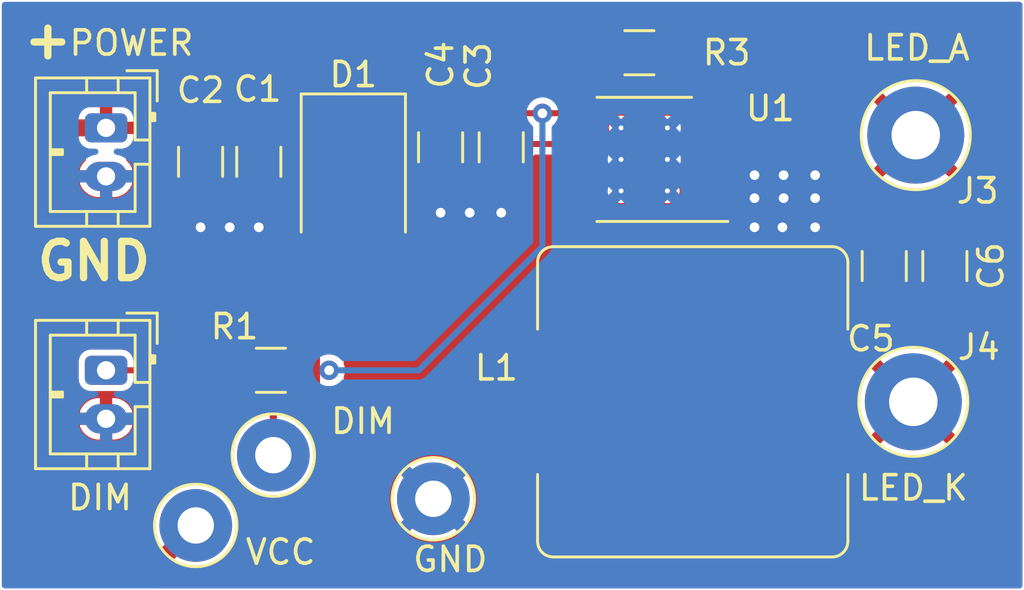
<source format=kicad_pcb>
(kicad_pcb (version 20171130) (host pcbnew "(5.1.5)-3")

  (general
    (thickness 1.6)
    (drawings 13)
    (tracks 59)
    (zones 0)
    (modules 18)
    (nets 8)
  )

  (page A4)
  (layers
    (0 F.Cu signal)
    (31 B.Cu signal)
    (32 B.Adhes user)
    (33 F.Adhes user)
    (34 B.Paste user)
    (35 F.Paste user)
    (36 B.SilkS user)
    (37 F.SilkS user)
    (38 B.Mask user)
    (39 F.Mask user)
    (40 Dwgs.User user)
    (41 Cmts.User user)
    (42 Eco1.User user)
    (43 Eco2.User user)
    (44 Edge.Cuts user)
    (45 Margin user)
    (46 B.CrtYd user)
    (47 F.CrtYd user)
    (48 B.Fab user)
    (49 F.Fab user)
  )

  (setup
    (last_trace_width 0.3)
    (user_trace_width 0.3)
    (user_trace_width 0.5)
    (user_trace_width 0.7)
    (user_trace_width 1)
    (trace_clearance 0.2)
    (zone_clearance 0.254)
    (zone_45_only no)
    (trace_min 0.2)
    (via_size 0.8)
    (via_drill 0.4)
    (via_min_size 0.4)
    (via_min_drill 0.3)
    (uvia_size 0.3)
    (uvia_drill 0.1)
    (uvias_allowed no)
    (uvia_min_size 0.2)
    (uvia_min_drill 0.1)
    (edge_width 0.05)
    (segment_width 0.2)
    (pcb_text_width 0.3)
    (pcb_text_size 1.5 1.5)
    (mod_edge_width 0.12)
    (mod_text_size 1 1)
    (mod_text_width 0.15)
    (pad_size 1.524 1.524)
    (pad_drill 0.762)
    (pad_to_mask_clearance 0.051)
    (solder_mask_min_width 0.25)
    (aux_axis_origin 0 0)
    (visible_elements FFFFFF7F)
    (pcbplotparams
      (layerselection 0x010fc_ffffffff)
      (usegerberextensions false)
      (usegerberattributes false)
      (usegerberadvancedattributes false)
      (creategerberjobfile false)
      (excludeedgelayer true)
      (linewidth 0.100000)
      (plotframeref false)
      (viasonmask false)
      (mode 1)
      (useauxorigin false)
      (hpglpennumber 1)
      (hpglpenspeed 20)
      (hpglpendiameter 15.000000)
      (psnegative false)
      (psa4output false)
      (plotreference true)
      (plotvalue true)
      (plotinvisibletext false)
      (padsonsilk false)
      (subtractmaskfromsilk false)
      (outputformat 1)
      (mirror false)
      (drillshape 1)
      (scaleselection 1)
      (outputdirectory ""))
  )

  (net 0 "")
  (net 1 /VCC)
  (net 2 GND)
  (net 3 "Net-(C3-Pad1)")
  (net 4 /LED_K)
  (net 5 /LED_A)
  (net 6 "Net-(D1-Pad2)")
  (net 7 "Net-(J2-Pad1)")

  (net_class Default "This is the default net class."
    (clearance 0.2)
    (trace_width 0.25)
    (via_dia 0.8)
    (via_drill 0.4)
    (uvia_dia 0.3)
    (uvia_drill 0.1)
    (add_net /LED_A)
    (add_net /LED_K)
    (add_net /VCC)
    (add_net GND)
    (add_net "Net-(C3-Pad1)")
    (add_net "Net-(D1-Pad2)")
    (add_net "Net-(J2-Pad1)")
  )

  (module Capacitor_SMD:C_1206_3216Metric (layer F.Cu) (tedit 5B301BBE) (tstamp 5F9997E9)
    (at 130.1 36.1 270)
    (descr "Capacitor SMD 1206 (3216 Metric), square (rectangular) end terminal, IPC_7351 nominal, (Body size source: http://www.tortai-tech.com/upload/download/2011102023233369053.pdf), generated with kicad-footprint-generator")
    (tags capacitor)
    (path /5F99D845)
    (attr smd)
    (fp_text reference C1 (at -3 0.05 180) (layer F.SilkS)
      (effects (font (size 1 1) (thickness 0.15)))
    )
    (fp_text value UMK316AB7475KL-T (at 4.4 0.1 90) (layer F.Fab)
      (effects (font (size 1 1) (thickness 0.15)))
    )
    (fp_line (start -1.6 0.8) (end -1.6 -0.8) (layer F.Fab) (width 0.1))
    (fp_line (start -1.6 -0.8) (end 1.6 -0.8) (layer F.Fab) (width 0.1))
    (fp_line (start 1.6 -0.8) (end 1.6 0.8) (layer F.Fab) (width 0.1))
    (fp_line (start 1.6 0.8) (end -1.6 0.8) (layer F.Fab) (width 0.1))
    (fp_line (start -0.602064 -0.91) (end 0.602064 -0.91) (layer F.SilkS) (width 0.12))
    (fp_line (start -0.602064 0.91) (end 0.602064 0.91) (layer F.SilkS) (width 0.12))
    (fp_line (start -2.28 1.12) (end -2.28 -1.12) (layer F.CrtYd) (width 0.05))
    (fp_line (start -2.28 -1.12) (end 2.28 -1.12) (layer F.CrtYd) (width 0.05))
    (fp_line (start 2.28 -1.12) (end 2.28 1.12) (layer F.CrtYd) (width 0.05))
    (fp_line (start 2.28 1.12) (end -2.28 1.12) (layer F.CrtYd) (width 0.05))
    (fp_text user %R (at 0 0 90) (layer F.Fab)
      (effects (font (size 0.8 0.8) (thickness 0.12)))
    )
    (pad 1 smd roundrect (at -1.4 0 270) (size 1.25 1.75) (layers F.Cu F.Paste F.Mask) (roundrect_rratio 0.2)
      (net 1 /VCC))
    (pad 2 smd roundrect (at 1.4 0 270) (size 1.25 1.75) (layers F.Cu F.Paste F.Mask) (roundrect_rratio 0.2)
      (net 2 GND))
    (model ${KISYS3DMOD}/Capacitor_SMD.3dshapes/C_1206_3216Metric.wrl
      (at (xyz 0 0 0))
      (scale (xyz 1 1 1))
      (rotate (xyz 0 0 0))
    )
  )

  (module Capacitor_SMD:C_1206_3216Metric (layer F.Cu) (tedit 5B301BBE) (tstamp 5F9997FA)
    (at 127.7 36.1 270)
    (descr "Capacitor SMD 1206 (3216 Metric), square (rectangular) end terminal, IPC_7351 nominal, (Body size source: http://www.tortai-tech.com/upload/download/2011102023233369053.pdf), generated with kicad-footprint-generator")
    (tags capacitor)
    (path /5F99CEB4)
    (attr smd)
    (fp_text reference C2 (at -2.95 0 180) (layer F.SilkS)
      (effects (font (size 1 1) (thickness 0.15)))
    )
    (fp_text value UMK316AB7475KL-T (at 3.4 -0.1 90) (layer F.Fab)
      (effects (font (size 1 1) (thickness 0.15)))
    )
    (fp_text user %R (at 0 0 90) (layer F.Fab)
      (effects (font (size 0.8 0.8) (thickness 0.12)))
    )
    (fp_line (start 2.28 1.12) (end -2.28 1.12) (layer F.CrtYd) (width 0.05))
    (fp_line (start 2.28 -1.12) (end 2.28 1.12) (layer F.CrtYd) (width 0.05))
    (fp_line (start -2.28 -1.12) (end 2.28 -1.12) (layer F.CrtYd) (width 0.05))
    (fp_line (start -2.28 1.12) (end -2.28 -1.12) (layer F.CrtYd) (width 0.05))
    (fp_line (start -0.602064 0.91) (end 0.602064 0.91) (layer F.SilkS) (width 0.12))
    (fp_line (start -0.602064 -0.91) (end 0.602064 -0.91) (layer F.SilkS) (width 0.12))
    (fp_line (start 1.6 0.8) (end -1.6 0.8) (layer F.Fab) (width 0.1))
    (fp_line (start 1.6 -0.8) (end 1.6 0.8) (layer F.Fab) (width 0.1))
    (fp_line (start -1.6 -0.8) (end 1.6 -0.8) (layer F.Fab) (width 0.1))
    (fp_line (start -1.6 0.8) (end -1.6 -0.8) (layer F.Fab) (width 0.1))
    (pad 2 smd roundrect (at 1.4 0 270) (size 1.25 1.75) (layers F.Cu F.Paste F.Mask) (roundrect_rratio 0.2)
      (net 2 GND))
    (pad 1 smd roundrect (at -1.4 0 270) (size 1.25 1.75) (layers F.Cu F.Paste F.Mask) (roundrect_rratio 0.2)
      (net 1 /VCC))
    (model ${KISYS3DMOD}/Capacitor_SMD.3dshapes/C_1206_3216Metric.wrl
      (at (xyz 0 0 0))
      (scale (xyz 1 1 1))
      (rotate (xyz 0 0 0))
    )
  )

  (module Capacitor_SMD:C_1206_3216Metric (layer F.Cu) (tedit 5B301BBE) (tstamp 5F99BED4)
    (at 140.1 35.5 270)
    (descr "Capacitor SMD 1206 (3216 Metric), square (rectangular) end terminal, IPC_7351 nominal, (Body size source: http://www.tortai-tech.com/upload/download/2011102023233369053.pdf), generated with kicad-footprint-generator")
    (tags capacitor)
    (path /5F9AD861)
    (attr smd)
    (fp_text reference C3 (at -3.35 0.95 270) (layer F.SilkS)
      (effects (font (size 1 1) (thickness 0.15)))
    )
    (fp_text value 1n (at 0 1.82 90) (layer F.Fab)
      (effects (font (size 1 1) (thickness 0.15)))
    )
    (fp_line (start -1.6 0.8) (end -1.6 -0.8) (layer F.Fab) (width 0.1))
    (fp_line (start -1.6 -0.8) (end 1.6 -0.8) (layer F.Fab) (width 0.1))
    (fp_line (start 1.6 -0.8) (end 1.6 0.8) (layer F.Fab) (width 0.1))
    (fp_line (start 1.6 0.8) (end -1.6 0.8) (layer F.Fab) (width 0.1))
    (fp_line (start -0.602064 -0.91) (end 0.602064 -0.91) (layer F.SilkS) (width 0.12))
    (fp_line (start -0.602064 0.91) (end 0.602064 0.91) (layer F.SilkS) (width 0.12))
    (fp_line (start -2.28 1.12) (end -2.28 -1.12) (layer F.CrtYd) (width 0.05))
    (fp_line (start -2.28 -1.12) (end 2.28 -1.12) (layer F.CrtYd) (width 0.05))
    (fp_line (start 2.28 -1.12) (end 2.28 1.12) (layer F.CrtYd) (width 0.05))
    (fp_line (start 2.28 1.12) (end -2.28 1.12) (layer F.CrtYd) (width 0.05))
    (fp_text user %R (at 0 0 90) (layer F.Fab)
      (effects (font (size 0.8 0.8) (thickness 0.12)))
    )
    (pad 1 smd roundrect (at -1.4 0 270) (size 1.25 1.75) (layers F.Cu F.Paste F.Mask) (roundrect_rratio 0.2)
      (net 3 "Net-(C3-Pad1)"))
    (pad 2 smd roundrect (at 1.4 0 270) (size 1.25 1.75) (layers F.Cu F.Paste F.Mask) (roundrect_rratio 0.2)
      (net 2 GND))
    (model ${KISYS3DMOD}/Capacitor_SMD.3dshapes/C_1206_3216Metric.wrl
      (at (xyz 0 0 0))
      (scale (xyz 1 1 1))
      (rotate (xyz 0 0 0))
    )
  )

  (module Capacitor_SMD:C_1206_3216Metric (layer F.Cu) (tedit 5B301BBE) (tstamp 5F99981C)
    (at 137.6 35.5 270)
    (descr "Capacitor SMD 1206 (3216 Metric), square (rectangular) end terminal, IPC_7351 nominal, (Body size source: http://www.tortai-tech.com/upload/download/2011102023233369053.pdf), generated with kicad-footprint-generator")
    (tags capacitor)
    (path /5F99C910)
    (attr smd)
    (fp_text reference C4 (at -3.4 0 90) (layer F.SilkS)
      (effects (font (size 1 1) (thickness 0.15)))
    )
    (fp_text value 100n (at 0 1.82 90) (layer F.Fab)
      (effects (font (size 1 1) (thickness 0.15)))
    )
    (fp_line (start -1.6 0.8) (end -1.6 -0.8) (layer F.Fab) (width 0.1))
    (fp_line (start -1.6 -0.8) (end 1.6 -0.8) (layer F.Fab) (width 0.1))
    (fp_line (start 1.6 -0.8) (end 1.6 0.8) (layer F.Fab) (width 0.1))
    (fp_line (start 1.6 0.8) (end -1.6 0.8) (layer F.Fab) (width 0.1))
    (fp_line (start -0.602064 -0.91) (end 0.602064 -0.91) (layer F.SilkS) (width 0.12))
    (fp_line (start -0.602064 0.91) (end 0.602064 0.91) (layer F.SilkS) (width 0.12))
    (fp_line (start -2.28 1.12) (end -2.28 -1.12) (layer F.CrtYd) (width 0.05))
    (fp_line (start -2.28 -1.12) (end 2.28 -1.12) (layer F.CrtYd) (width 0.05))
    (fp_line (start 2.28 -1.12) (end 2.28 1.12) (layer F.CrtYd) (width 0.05))
    (fp_line (start 2.28 1.12) (end -2.28 1.12) (layer F.CrtYd) (width 0.05))
    (fp_text user %R (at 0 0 90) (layer F.Fab)
      (effects (font (size 0.8 0.8) (thickness 0.12)))
    )
    (pad 1 smd roundrect (at -1.4 0 270) (size 1.25 1.75) (layers F.Cu F.Paste F.Mask) (roundrect_rratio 0.2)
      (net 1 /VCC))
    (pad 2 smd roundrect (at 1.4 0 270) (size 1.25 1.75) (layers F.Cu F.Paste F.Mask) (roundrect_rratio 0.2)
      (net 2 GND))
    (model ${KISYS3DMOD}/Capacitor_SMD.3dshapes/C_1206_3216Metric.wrl
      (at (xyz 0 0 0))
      (scale (xyz 1 1 1))
      (rotate (xyz 0 0 0))
    )
  )

  (module Capacitor_SMD:C_1206_3216Metric (layer F.Cu) (tedit 5B301BBE) (tstamp 5F99982D)
    (at 155.9 40.4 270)
    (descr "Capacitor SMD 1206 (3216 Metric), square (rectangular) end terminal, IPC_7351 nominal, (Body size source: http://www.tortai-tech.com/upload/download/2011102023233369053.pdf), generated with kicad-footprint-generator")
    (tags capacitor)
    (path /5F999DBD)
    (attr smd)
    (fp_text reference C5 (at 3 0.55 180) (layer F.SilkS)
      (effects (font (size 1 1) (thickness 0.15)))
    )
    (fp_text value CL21B105KBFNNNG (at 2.6 2.6 90) (layer F.Fab)
      (effects (font (size 1 1) (thickness 0.15)))
    )
    (fp_text user %R (at 0 0 90) (layer F.Fab)
      (effects (font (size 0.8 0.8) (thickness 0.12)))
    )
    (fp_line (start 2.28 1.12) (end -2.28 1.12) (layer F.CrtYd) (width 0.05))
    (fp_line (start 2.28 -1.12) (end 2.28 1.12) (layer F.CrtYd) (width 0.05))
    (fp_line (start -2.28 -1.12) (end 2.28 -1.12) (layer F.CrtYd) (width 0.05))
    (fp_line (start -2.28 1.12) (end -2.28 -1.12) (layer F.CrtYd) (width 0.05))
    (fp_line (start -0.602064 0.91) (end 0.602064 0.91) (layer F.SilkS) (width 0.12))
    (fp_line (start -0.602064 -0.91) (end 0.602064 -0.91) (layer F.SilkS) (width 0.12))
    (fp_line (start 1.6 0.8) (end -1.6 0.8) (layer F.Fab) (width 0.1))
    (fp_line (start 1.6 -0.8) (end 1.6 0.8) (layer F.Fab) (width 0.1))
    (fp_line (start -1.6 -0.8) (end 1.6 -0.8) (layer F.Fab) (width 0.1))
    (fp_line (start -1.6 0.8) (end -1.6 -0.8) (layer F.Fab) (width 0.1))
    (pad 2 smd roundrect (at 1.4 0 270) (size 1.25 1.75) (layers F.Cu F.Paste F.Mask) (roundrect_rratio 0.2)
      (net 4 /LED_K))
    (pad 1 smd roundrect (at -1.4 0 270) (size 1.25 1.75) (layers F.Cu F.Paste F.Mask) (roundrect_rratio 0.2)
      (net 5 /LED_A))
    (model ${KISYS3DMOD}/Capacitor_SMD.3dshapes/C_1206_3216Metric.wrl
      (at (xyz 0 0 0))
      (scale (xyz 1 1 1))
      (rotate (xyz 0 0 0))
    )
  )

  (module Capacitor_SMD:C_1206_3216Metric (layer F.Cu) (tedit 5B301BBE) (tstamp 5F99983E)
    (at 158.4 40.4 270)
    (descr "Capacitor SMD 1206 (3216 Metric), square (rectangular) end terminal, IPC_7351 nominal, (Body size source: http://www.tortai-tech.com/upload/download/2011102023233369053.pdf), generated with kicad-footprint-generator")
    (tags capacitor)
    (path /5F99A727)
    (attr smd)
    (fp_text reference C6 (at 0 -1.9 270) (layer F.SilkS)
      (effects (font (size 1 1) (thickness 0.15)))
    )
    (fp_text value CL21B105KBFNNNG (at 3.1 4.9 90) (layer F.Fab)
      (effects (font (size 1 1) (thickness 0.15)))
    )
    (fp_text user %R (at 0 0 90) (layer F.Fab)
      (effects (font (size 0.8 0.8) (thickness 0.12)))
    )
    (fp_line (start 2.28 1.12) (end -2.28 1.12) (layer F.CrtYd) (width 0.05))
    (fp_line (start 2.28 -1.12) (end 2.28 1.12) (layer F.CrtYd) (width 0.05))
    (fp_line (start -2.28 -1.12) (end 2.28 -1.12) (layer F.CrtYd) (width 0.05))
    (fp_line (start -2.28 1.12) (end -2.28 -1.12) (layer F.CrtYd) (width 0.05))
    (fp_line (start -0.602064 0.91) (end 0.602064 0.91) (layer F.SilkS) (width 0.12))
    (fp_line (start -0.602064 -0.91) (end 0.602064 -0.91) (layer F.SilkS) (width 0.12))
    (fp_line (start 1.6 0.8) (end -1.6 0.8) (layer F.Fab) (width 0.1))
    (fp_line (start 1.6 -0.8) (end 1.6 0.8) (layer F.Fab) (width 0.1))
    (fp_line (start -1.6 -0.8) (end 1.6 -0.8) (layer F.Fab) (width 0.1))
    (fp_line (start -1.6 0.8) (end -1.6 -0.8) (layer F.Fab) (width 0.1))
    (pad 2 smd roundrect (at 1.4 0 270) (size 1.25 1.75) (layers F.Cu F.Paste F.Mask) (roundrect_rratio 0.2)
      (net 4 /LED_K))
    (pad 1 smd roundrect (at -1.4 0 270) (size 1.25 1.75) (layers F.Cu F.Paste F.Mask) (roundrect_rratio 0.2)
      (net 5 /LED_A))
    (model ${KISYS3DMOD}/Capacitor_SMD.3dshapes/C_1206_3216Metric.wrl
      (at (xyz 0 0 0))
      (scale (xyz 1 1 1))
      (rotate (xyz 0 0 0))
    )
  )

  (module Diode_SMD:D_SMB (layer F.Cu) (tedit 58645DF3) (tstamp 5F999856)
    (at 134 36.85 270)
    (descr "Diode SMB (DO-214AA)")
    (tags "Diode SMB (DO-214AA)")
    (path /5F997DA7)
    (attr smd)
    (fp_text reference D1 (at -4.35 0 180) (layer F.SilkS)
      (effects (font (size 1 1) (thickness 0.15)))
    )
    (fp_text value B360B-13-F (at 0 3.1 90) (layer F.Fab)
      (effects (font (size 1 1) (thickness 0.15)))
    )
    (fp_text user %R (at 0 -3 90) (layer F.Fab)
      (effects (font (size 1 1) (thickness 0.15)))
    )
    (fp_line (start -3.55 -2.15) (end -3.55 2.15) (layer F.SilkS) (width 0.12))
    (fp_line (start 2.3 2) (end -2.3 2) (layer F.Fab) (width 0.1))
    (fp_line (start -2.3 2) (end -2.3 -2) (layer F.Fab) (width 0.1))
    (fp_line (start 2.3 -2) (end 2.3 2) (layer F.Fab) (width 0.1))
    (fp_line (start 2.3 -2) (end -2.3 -2) (layer F.Fab) (width 0.1))
    (fp_line (start -3.65 -2.25) (end 3.65 -2.25) (layer F.CrtYd) (width 0.05))
    (fp_line (start 3.65 -2.25) (end 3.65 2.25) (layer F.CrtYd) (width 0.05))
    (fp_line (start 3.65 2.25) (end -3.65 2.25) (layer F.CrtYd) (width 0.05))
    (fp_line (start -3.65 2.25) (end -3.65 -2.25) (layer F.CrtYd) (width 0.05))
    (fp_line (start -0.64944 0.00102) (end -1.55114 0.00102) (layer F.Fab) (width 0.1))
    (fp_line (start 0.50118 0.00102) (end 1.4994 0.00102) (layer F.Fab) (width 0.1))
    (fp_line (start -0.64944 -0.79908) (end -0.64944 0.80112) (layer F.Fab) (width 0.1))
    (fp_line (start 0.50118 0.75032) (end 0.50118 -0.79908) (layer F.Fab) (width 0.1))
    (fp_line (start -0.64944 0.00102) (end 0.50118 0.75032) (layer F.Fab) (width 0.1))
    (fp_line (start -0.64944 0.00102) (end 0.50118 -0.79908) (layer F.Fab) (width 0.1))
    (fp_line (start -3.55 2.15) (end 2.15 2.15) (layer F.SilkS) (width 0.12))
    (fp_line (start -3.55 -2.15) (end 2.15 -2.15) (layer F.SilkS) (width 0.12))
    (pad 1 smd rect (at -2.15 0 270) (size 2.5 2.3) (layers F.Cu F.Paste F.Mask)
      (net 1 /VCC))
    (pad 2 smd rect (at 2.15 0 270) (size 2.5 2.3) (layers F.Cu F.Paste F.Mask)
      (net 6 "Net-(D1-Pad2)"))
    (model ${KISYS3DMOD}/Diode_SMD.3dshapes/D_SMB.wrl
      (at (xyz 0 0 0))
      (scale (xyz 1 1 1))
      (rotate (xyz 0 0 0))
    )
  )

  (module Connector_JST:JST_PH_B2B-PH-K_1x02_P2.00mm_Vertical (layer F.Cu) (tedit 5B7745C2) (tstamp 5F99B1D5)
    (at 123.8 34.7 270)
    (descr "JST PH series connector, B2B-PH-K (http://www.jst-mfg.com/product/pdf/eng/ePH.pdf), generated with kicad-footprint-generator")
    (tags "connector JST PH side entry")
    (path /5F9A6ABE)
    (fp_text reference POWER (at -3.5 -1.05 180) (layer F.SilkS)
      (effects (font (size 1 1) (thickness 0.15)))
    )
    (fp_text value Conn_01x02 (at 1.1 0.1 90) (layer F.Fab)
      (effects (font (size 1 1) (thickness 0.15)))
    )
    (fp_line (start -2.06 -1.81) (end -2.06 2.91) (layer F.SilkS) (width 0.12))
    (fp_line (start -2.06 2.91) (end 4.06 2.91) (layer F.SilkS) (width 0.12))
    (fp_line (start 4.06 2.91) (end 4.06 -1.81) (layer F.SilkS) (width 0.12))
    (fp_line (start 4.06 -1.81) (end -2.06 -1.81) (layer F.SilkS) (width 0.12))
    (fp_line (start -0.3 -1.81) (end -0.3 -2.01) (layer F.SilkS) (width 0.12))
    (fp_line (start -0.3 -2.01) (end -0.6 -2.01) (layer F.SilkS) (width 0.12))
    (fp_line (start -0.6 -2.01) (end -0.6 -1.81) (layer F.SilkS) (width 0.12))
    (fp_line (start -0.3 -1.91) (end -0.6 -1.91) (layer F.SilkS) (width 0.12))
    (fp_line (start 0.5 -1.81) (end 0.5 -1.2) (layer F.SilkS) (width 0.12))
    (fp_line (start 0.5 -1.2) (end -1.45 -1.2) (layer F.SilkS) (width 0.12))
    (fp_line (start -1.45 -1.2) (end -1.45 2.3) (layer F.SilkS) (width 0.12))
    (fp_line (start -1.45 2.3) (end 3.45 2.3) (layer F.SilkS) (width 0.12))
    (fp_line (start 3.45 2.3) (end 3.45 -1.2) (layer F.SilkS) (width 0.12))
    (fp_line (start 3.45 -1.2) (end 1.5 -1.2) (layer F.SilkS) (width 0.12))
    (fp_line (start 1.5 -1.2) (end 1.5 -1.81) (layer F.SilkS) (width 0.12))
    (fp_line (start -2.06 -0.5) (end -1.45 -0.5) (layer F.SilkS) (width 0.12))
    (fp_line (start -2.06 0.8) (end -1.45 0.8) (layer F.SilkS) (width 0.12))
    (fp_line (start 4.06 -0.5) (end 3.45 -0.5) (layer F.SilkS) (width 0.12))
    (fp_line (start 4.06 0.8) (end 3.45 0.8) (layer F.SilkS) (width 0.12))
    (fp_line (start 0.9 2.3) (end 0.9 1.8) (layer F.SilkS) (width 0.12))
    (fp_line (start 0.9 1.8) (end 1.1 1.8) (layer F.SilkS) (width 0.12))
    (fp_line (start 1.1 1.8) (end 1.1 2.3) (layer F.SilkS) (width 0.12))
    (fp_line (start 1 2.3) (end 1 1.8) (layer F.SilkS) (width 0.12))
    (fp_line (start -1.11 -2.11) (end -2.36 -2.11) (layer F.SilkS) (width 0.12))
    (fp_line (start -2.36 -2.11) (end -2.36 -0.86) (layer F.SilkS) (width 0.12))
    (fp_line (start -1.11 -2.11) (end -2.36 -2.11) (layer F.Fab) (width 0.1))
    (fp_line (start -2.36 -2.11) (end -2.36 -0.86) (layer F.Fab) (width 0.1))
    (fp_line (start -1.95 -1.7) (end -1.95 2.8) (layer F.Fab) (width 0.1))
    (fp_line (start -1.95 2.8) (end 3.95 2.8) (layer F.Fab) (width 0.1))
    (fp_line (start 3.95 2.8) (end 3.95 -1.7) (layer F.Fab) (width 0.1))
    (fp_line (start 3.95 -1.7) (end -1.95 -1.7) (layer F.Fab) (width 0.1))
    (fp_line (start -2.45 -2.2) (end -2.45 3.3) (layer F.CrtYd) (width 0.05))
    (fp_line (start -2.45 3.3) (end 4.45 3.3) (layer F.CrtYd) (width 0.05))
    (fp_line (start 4.45 3.3) (end 4.45 -2.2) (layer F.CrtYd) (width 0.05))
    (fp_line (start 4.45 -2.2) (end -2.45 -2.2) (layer F.CrtYd) (width 0.05))
    (fp_text user %R (at 1 1.5 90) (layer F.Fab)
      (effects (font (size 1 1) (thickness 0.15)))
    )
    (pad 1 thru_hole roundrect (at 0 0 270) (size 1.2 1.75) (drill 0.75) (layers *.Cu *.Mask) (roundrect_rratio 0.208333)
      (net 1 /VCC))
    (pad 2 thru_hole oval (at 2 0 270) (size 1.2 1.75) (drill 0.75) (layers *.Cu *.Mask)
      (net 2 GND))
    (model ${KISYS3DMOD}/Connector_JST.3dshapes/JST_PH_B2B-PH-K_1x02_P2.00mm_Vertical.wrl
      (at (xyz 0 0 0))
      (scale (xyz 1 1 1))
      (rotate (xyz 0 0 0))
    )
  )

  (module Connector_JST:JST_PH_B2B-PH-K_1x02_P2.00mm_Vertical (layer F.Cu) (tedit 5B7745C2) (tstamp 5F9998AA)
    (at 123.8 44.7 270)
    (descr "JST PH series connector, B2B-PH-K (http://www.jst-mfg.com/product/pdf/eng/ePH.pdf), generated with kicad-footprint-generator")
    (tags "connector JST PH side entry")
    (path /5F9AC287)
    (fp_text reference DIM (at 5.25 0.25 180) (layer F.SilkS)
      (effects (font (size 1 1) (thickness 0.15)))
    )
    (fp_text value Conn_01x02 (at 0.8 1.6 90) (layer F.Fab)
      (effects (font (size 1 1) (thickness 0.15)))
    )
    (fp_text user %R (at 1 1.5 90) (layer F.Fab)
      (effects (font (size 1 1) (thickness 0.15)))
    )
    (fp_line (start 4.45 -2.2) (end -2.45 -2.2) (layer F.CrtYd) (width 0.05))
    (fp_line (start 4.45 3.3) (end 4.45 -2.2) (layer F.CrtYd) (width 0.05))
    (fp_line (start -2.45 3.3) (end 4.45 3.3) (layer F.CrtYd) (width 0.05))
    (fp_line (start -2.45 -2.2) (end -2.45 3.3) (layer F.CrtYd) (width 0.05))
    (fp_line (start 3.95 -1.7) (end -1.95 -1.7) (layer F.Fab) (width 0.1))
    (fp_line (start 3.95 2.8) (end 3.95 -1.7) (layer F.Fab) (width 0.1))
    (fp_line (start -1.95 2.8) (end 3.95 2.8) (layer F.Fab) (width 0.1))
    (fp_line (start -1.95 -1.7) (end -1.95 2.8) (layer F.Fab) (width 0.1))
    (fp_line (start -2.36 -2.11) (end -2.36 -0.86) (layer F.Fab) (width 0.1))
    (fp_line (start -1.11 -2.11) (end -2.36 -2.11) (layer F.Fab) (width 0.1))
    (fp_line (start -2.36 -2.11) (end -2.36 -0.86) (layer F.SilkS) (width 0.12))
    (fp_line (start -1.11 -2.11) (end -2.36 -2.11) (layer F.SilkS) (width 0.12))
    (fp_line (start 1 2.3) (end 1 1.8) (layer F.SilkS) (width 0.12))
    (fp_line (start 1.1 1.8) (end 1.1 2.3) (layer F.SilkS) (width 0.12))
    (fp_line (start 0.9 1.8) (end 1.1 1.8) (layer F.SilkS) (width 0.12))
    (fp_line (start 0.9 2.3) (end 0.9 1.8) (layer F.SilkS) (width 0.12))
    (fp_line (start 4.06 0.8) (end 3.45 0.8) (layer F.SilkS) (width 0.12))
    (fp_line (start 4.06 -0.5) (end 3.45 -0.5) (layer F.SilkS) (width 0.12))
    (fp_line (start -2.06 0.8) (end -1.45 0.8) (layer F.SilkS) (width 0.12))
    (fp_line (start -2.06 -0.5) (end -1.45 -0.5) (layer F.SilkS) (width 0.12))
    (fp_line (start 1.5 -1.2) (end 1.5 -1.81) (layer F.SilkS) (width 0.12))
    (fp_line (start 3.45 -1.2) (end 1.5 -1.2) (layer F.SilkS) (width 0.12))
    (fp_line (start 3.45 2.3) (end 3.45 -1.2) (layer F.SilkS) (width 0.12))
    (fp_line (start -1.45 2.3) (end 3.45 2.3) (layer F.SilkS) (width 0.12))
    (fp_line (start -1.45 -1.2) (end -1.45 2.3) (layer F.SilkS) (width 0.12))
    (fp_line (start 0.5 -1.2) (end -1.45 -1.2) (layer F.SilkS) (width 0.12))
    (fp_line (start 0.5 -1.81) (end 0.5 -1.2) (layer F.SilkS) (width 0.12))
    (fp_line (start -0.3 -1.91) (end -0.6 -1.91) (layer F.SilkS) (width 0.12))
    (fp_line (start -0.6 -2.01) (end -0.6 -1.81) (layer F.SilkS) (width 0.12))
    (fp_line (start -0.3 -2.01) (end -0.6 -2.01) (layer F.SilkS) (width 0.12))
    (fp_line (start -0.3 -1.81) (end -0.3 -2.01) (layer F.SilkS) (width 0.12))
    (fp_line (start 4.06 -1.81) (end -2.06 -1.81) (layer F.SilkS) (width 0.12))
    (fp_line (start 4.06 2.91) (end 4.06 -1.81) (layer F.SilkS) (width 0.12))
    (fp_line (start -2.06 2.91) (end 4.06 2.91) (layer F.SilkS) (width 0.12))
    (fp_line (start -2.06 -1.81) (end -2.06 2.91) (layer F.SilkS) (width 0.12))
    (pad 2 thru_hole oval (at 2 0 270) (size 1.2 1.75) (drill 0.75) (layers *.Cu *.Mask)
      (net 2 GND))
    (pad 1 thru_hole roundrect (at 0 0 270) (size 1.2 1.75) (drill 0.75) (layers *.Cu *.Mask) (roundrect_rratio 0.208333)
      (net 7 "Net-(J2-Pad1)"))
    (model ${KISYS3DMOD}/Connector_JST.3dshapes/JST_PH_B2B-PH-K_1x02_P2.00mm_Vertical.wrl
      (at (xyz 0 0 0))
      (scale (xyz 1 1 1))
      (rotate (xyz 0 0 0))
    )
  )

  (module TestPoint:TestPoint_THTPad_D4.0mm_Drill2.0mm (layer F.Cu) (tedit 5A0F774F) (tstamp 5F9998B2)
    (at 157.2 35)
    (descr "THT pad as test Point, diameter 4.0mm, hole diameter 2.0mm")
    (tags "test point THT pad")
    (path /5F9DE264)
    (attr virtual)
    (fp_text reference J3 (at 2.55 2.3) (layer F.SilkS)
      (effects (font (size 1 1) (thickness 0.15)))
    )
    (fp_text value LED_A (at 0 3.1) (layer F.Fab)
      (effects (font (size 1 1) (thickness 0.15)))
    )
    (fp_circle (center 0 0) (end 0 2.25) (layer F.SilkS) (width 0.12))
    (fp_circle (center 0 0) (end 2.5 0) (layer F.CrtYd) (width 0.05))
    (fp_text user %R (at 0 -2.9) (layer F.Fab)
      (effects (font (size 1 1) (thickness 0.15)))
    )
    (pad 1 thru_hole circle (at 0 0) (size 4 4) (drill 2) (layers *.Cu *.Mask)
      (net 5 /LED_A))
  )

  (module TestPoint:TestPoint_THTPad_D4.0mm_Drill2.0mm (layer F.Cu) (tedit 5A0F774F) (tstamp 5F9998BA)
    (at 157.1 46)
    (descr "THT pad as test Point, diameter 4.0mm, hole diameter 2.0mm")
    (tags "test point THT pad")
    (path /5F9DEB2F)
    (attr virtual)
    (fp_text reference J4 (at 2.7 -2.25) (layer F.SilkS)
      (effects (font (size 1 1) (thickness 0.15)))
    )
    (fp_text value LED_K (at 0 3.1) (layer F.Fab)
      (effects (font (size 1 1) (thickness 0.15)))
    )
    (fp_text user %R (at 0 -2.9) (layer F.Fab)
      (effects (font (size 1 1) (thickness 0.15)))
    )
    (fp_circle (center 0 0) (end 2.5 0) (layer F.CrtYd) (width 0.05))
    (fp_circle (center 0 0) (end 0 2.25) (layer F.SilkS) (width 0.12))
    (pad 1 thru_hole circle (at 0 0) (size 4 4) (drill 2) (layers *.Cu *.Mask)
      (net 4 /LED_K))
  )

  (module Inductor_SMD:L_Bourns_SRR1260 (layer F.Cu) (tedit 5A71B056) (tstamp 5F9998DE)
    (at 148 46)
    (descr "Bourns SRR1260 series SMD inductor http://www.bourns.com/docs/Product-Datasheets/SRR1260.pdf")
    (tags "Bourns SRR1260 SMD inductor")
    (path /5F996A35)
    (attr smd)
    (fp_text reference L1 (at -8.1 -1.4) (layer F.SilkS)
      (effects (font (size 1 1) (thickness 0.15)))
    )
    (fp_text value SRR1260-330M (at -0.1 4.3) (layer F.Fab)
      (effects (font (size 1 1) (thickness 0.15)))
    )
    (fp_circle (center 0 0) (end 0 -5.6) (layer F.Fab) (width 0.1))
    (fp_line (start -5.75 -6.25) (end 5.75 -6.25) (layer F.Fab) (width 0.1))
    (fp_line (start -4 2) (end -4 -2) (layer F.Fab) (width 0.1))
    (fp_line (start -6.25 -5.75) (end -6.25 5.75) (layer F.Fab) (width 0.1))
    (fp_line (start 5.75 6.25) (end -5.75 6.25) (layer F.Fab) (width 0.1))
    (fp_line (start 6.25 -5.75) (end 6.25 5.75) (layer F.Fab) (width 0.1))
    (fp_line (start 4 -2) (end 4 2) (layer F.Fab) (width 0.1))
    (fp_line (start -5.75 -6.4) (end 5.75 -6.4) (layer F.SilkS) (width 0.12))
    (fp_line (start -6.4 -5.75) (end -6.4 -3) (layer F.SilkS) (width 0.12))
    (fp_line (start 5.75 6.4) (end -5.75 6.4) (layer F.SilkS) (width 0.12))
    (fp_line (start 6.4 -5.75) (end 6.4 -3) (layer F.SilkS) (width 0.12))
    (fp_line (start -5.75 -6.5) (end 5.75 -6.5) (layer F.CrtYd) (width 0.05))
    (fp_line (start -6.5 5.75) (end -6.5 -5.75) (layer F.CrtYd) (width 0.05))
    (fp_line (start 5.75 6.5) (end -5.75 6.5) (layer F.CrtYd) (width 0.05))
    (fp_line (start 6.5 -5.75) (end 6.5 5.75) (layer F.CrtYd) (width 0.05))
    (fp_text user %R (at 0 0) (layer F.Fab)
      (effects (font (size 1 1) (thickness 0.15)))
    )
    (fp_arc (start -5.75 -5.75) (end -5.75 -6.25) (angle -90) (layer F.Fab) (width 0.1))
    (fp_arc (start 5.75 -5.75) (end 6.25 -5.75) (angle -90) (layer F.Fab) (width 0.1))
    (fp_arc (start 5.75 5.75) (end 5.75 6.25) (angle -90) (layer F.Fab) (width 0.1))
    (fp_arc (start -5.75 5.75) (end -6.25 5.75) (angle -90) (layer F.Fab) (width 0.1))
    (fp_line (start -6.4 3) (end -6.4 5.75) (layer F.SilkS) (width 0.12))
    (fp_line (start 6.4 3) (end 6.4 5.75) (layer F.SilkS) (width 0.12))
    (fp_arc (start -5.75 -5.75) (end -5.75 -6.4) (angle -90) (layer F.SilkS) (width 0.12))
    (fp_arc (start -5.75 5.75) (end -6.4 5.75) (angle -90) (layer F.SilkS) (width 0.12))
    (fp_arc (start 5.75 5.75) (end 5.75 6.4) (angle -90) (layer F.SilkS) (width 0.12))
    (fp_arc (start 5.75 -5.75) (end 6.4 -5.75) (angle -90) (layer F.SilkS) (width 0.12))
    (fp_arc (start -5.75 -5.75) (end -5.75 -6.5) (angle -90) (layer F.CrtYd) (width 0.05))
    (fp_arc (start -5.75 5.75) (end -6.5 5.75) (angle -90) (layer F.CrtYd) (width 0.05))
    (fp_arc (start 5.75 5.75) (end 5.75 6.5) (angle -90) (layer F.CrtYd) (width 0.05))
    (fp_arc (start 5.75 -5.75) (end 6.5 -5.75) (angle -90) (layer F.CrtYd) (width 0.05))
    (pad 2 smd rect (at 4.85 0) (size 2.9 5.4) (layers F.Cu F.Paste F.Mask)
      (net 4 /LED_K))
    (pad 1 smd rect (at -4.85 0) (size 2.9 5.4) (layers F.Cu F.Paste F.Mask)
      (net 6 "Net-(D1-Pad2)"))
    (model ${KISYS3DMOD}/Inductor_SMD.3dshapes/L_Bourns_SRR1260.wrl
      (at (xyz 0 0 0))
      (scale (xyz 1 1 1))
      (rotate (xyz 0 0 0))
    )
  )

  (module Resistor_SMD:R_1206_3216Metric (layer F.Cu) (tedit 5B301BBD) (tstamp 5F9998EF)
    (at 130.6 44.7 180)
    (descr "Resistor SMD 1206 (3216 Metric), square (rectangular) end terminal, IPC_7351 nominal, (Body size source: http://www.tortai-tech.com/upload/download/2011102023233369053.pdf), generated with kicad-footprint-generator")
    (tags resistor)
    (path /5F9AB0B4)
    (attr smd)
    (fp_text reference R1 (at 1.5 1.8) (layer F.SilkS)
      (effects (font (size 1 1) (thickness 0.15)))
    )
    (fp_text value DNP (at 0 1.82) (layer F.Fab)
      (effects (font (size 1 1) (thickness 0.15)))
    )
    (fp_line (start -1.6 0.8) (end -1.6 -0.8) (layer F.Fab) (width 0.1))
    (fp_line (start -1.6 -0.8) (end 1.6 -0.8) (layer F.Fab) (width 0.1))
    (fp_line (start 1.6 -0.8) (end 1.6 0.8) (layer F.Fab) (width 0.1))
    (fp_line (start 1.6 0.8) (end -1.6 0.8) (layer F.Fab) (width 0.1))
    (fp_line (start -0.602064 -0.91) (end 0.602064 -0.91) (layer F.SilkS) (width 0.12))
    (fp_line (start -0.602064 0.91) (end 0.602064 0.91) (layer F.SilkS) (width 0.12))
    (fp_line (start -2.28 1.12) (end -2.28 -1.12) (layer F.CrtYd) (width 0.05))
    (fp_line (start -2.28 -1.12) (end 2.28 -1.12) (layer F.CrtYd) (width 0.05))
    (fp_line (start 2.28 -1.12) (end 2.28 1.12) (layer F.CrtYd) (width 0.05))
    (fp_line (start 2.28 1.12) (end -2.28 1.12) (layer F.CrtYd) (width 0.05))
    (fp_text user %R (at 0 0) (layer F.Fab)
      (effects (font (size 0.8 0.8) (thickness 0.12)))
    )
    (pad 1 smd roundrect (at -1.4 0 180) (size 1.25 1.75) (layers F.Cu F.Paste F.Mask) (roundrect_rratio 0.2)
      (net 3 "Net-(C3-Pad1)"))
    (pad 2 smd roundrect (at 1.4 0 180) (size 1.25 1.75) (layers F.Cu F.Paste F.Mask) (roundrect_rratio 0.2)
      (net 7 "Net-(J2-Pad1)"))
    (model ${KISYS3DMOD}/Resistor_SMD.3dshapes/R_1206_3216Metric.wrl
      (at (xyz 0 0 0))
      (scale (xyz 1 1 1))
      (rotate (xyz 0 0 0))
    )
  )

  (module Resistor_SMD:R_1206_3216Metric (layer F.Cu) (tedit 5B301BBD) (tstamp 5F99B475)
    (at 145.8 31.6 180)
    (descr "Resistor SMD 1206 (3216 Metric), square (rectangular) end terminal, IPC_7351 nominal, (Body size source: http://www.tortai-tech.com/upload/download/2011102023233369053.pdf), generated with kicad-footprint-generator")
    (tags resistor)
    (path /5F994897)
    (attr smd)
    (fp_text reference R3 (at -3.6 0) (layer F.SilkS)
      (effects (font (size 1 1) (thickness 0.15)))
    )
    (fp_text value 0.1 (at 0 -0.8) (layer F.Fab)
      (effects (font (size 1 1) (thickness 0.15)))
    )
    (fp_line (start -1.6 0.8) (end -1.6 -0.8) (layer F.Fab) (width 0.1))
    (fp_line (start -1.6 -0.8) (end 1.6 -0.8) (layer F.Fab) (width 0.1))
    (fp_line (start 1.6 -0.8) (end 1.6 0.8) (layer F.Fab) (width 0.1))
    (fp_line (start 1.6 0.8) (end -1.6 0.8) (layer F.Fab) (width 0.1))
    (fp_line (start -0.602064 -0.91) (end 0.602064 -0.91) (layer F.SilkS) (width 0.12))
    (fp_line (start -0.602064 0.91) (end 0.602064 0.91) (layer F.SilkS) (width 0.12))
    (fp_line (start -2.28 1.12) (end -2.28 -1.12) (layer F.CrtYd) (width 0.05))
    (fp_line (start -2.28 -1.12) (end 2.28 -1.12) (layer F.CrtYd) (width 0.05))
    (fp_line (start 2.28 -1.12) (end 2.28 1.12) (layer F.CrtYd) (width 0.05))
    (fp_line (start 2.28 1.12) (end -2.28 1.12) (layer F.CrtYd) (width 0.05))
    (fp_text user %R (at 0 0) (layer F.Fab)
      (effects (font (size 0.8 0.8) (thickness 0.12)))
    )
    (pad 1 smd roundrect (at -1.4 0 180) (size 1.25 1.75) (layers F.Cu F.Paste F.Mask) (roundrect_rratio 0.2)
      (net 5 /LED_A))
    (pad 2 smd roundrect (at 1.4 0 180) (size 1.25 1.75) (layers F.Cu F.Paste F.Mask) (roundrect_rratio 0.2)
      (net 1 /VCC))
    (model ${KISYS3DMOD}/Resistor_SMD.3dshapes/R_1206_3216Metric.wrl
      (at (xyz 0 0 0))
      (scale (xyz 1 1 1))
      (rotate (xyz 0 0 0))
    )
  )

  (module TestPoint:TestPoint_Loop_D2.54mm_Drill1.5mm_Beaded (layer F.Cu) (tedit 5A0F774F) (tstamp 5F99991E)
    (at 130.7 48.2)
    (descr "wire loop with bead as test point, loop diameter2.548mm, hole diameter 1.5mm")
    (tags "test point wire loop bead")
    (path /5F9AF0F9)
    (fp_text reference DIM (at 3.7 -1.4) (layer F.SilkS)
      (effects (font (size 1 1) (thickness 0.15)))
    )
    (fp_text value CTRL_TP (at 0 -2.8) (layer F.Fab)
      (effects (font (size 1 1) (thickness 0.15)))
    )
    (fp_text user %R (at 0.7 2.5) (layer F.Fab)
      (effects (font (size 1 1) (thickness 0.15)))
    )
    (fp_circle (center 0 0) (end 1.5 0) (layer F.Fab) (width 0.12))
    (fp_circle (center 0 0) (end 1.7 0) (layer F.SilkS) (width 0.12))
    (fp_circle (center 0 0) (end 2 0) (layer F.CrtYd) (width 0.05))
    (fp_line (start 1.3 -0.3) (end -1.3 -0.3) (layer F.Fab) (width 0.12))
    (fp_line (start 1.3 0.3) (end 1.3 -0.3) (layer F.Fab) (width 0.12))
    (fp_line (start -1.3 0.3) (end 1.3 0.3) (layer F.Fab) (width 0.12))
    (fp_line (start -1.3 -0.3) (end -1.3 0.3) (layer F.Fab) (width 0.12))
    (pad 1 thru_hole circle (at 0 0) (size 3 3) (drill 1.5) (layers *.Cu *.Mask)
      (net 7 "Net-(J2-Pad1)"))
    (model ${KISYS3DMOD}/TestPoint.3dshapes/TestPoint_Loop_D2.54mm_Drill1.5mm_Beaded.wrl
      (at (xyz 0 0 0))
      (scale (xyz 1 1 1))
      (rotate (xyz 0 0 0))
    )
  )

  (module TestPoint:TestPoint_Loop_D2.54mm_Drill1.5mm_Beaded (layer F.Cu) (tedit 5A0F774F) (tstamp 5F99992B)
    (at 127.5 51.1)
    (descr "wire loop with bead as test point, loop diameter2.548mm, hole diameter 1.5mm")
    (tags "test point wire loop bead")
    (path /5F9A38B1)
    (fp_text reference VCC (at 3.5 1.1) (layer F.SilkS)
      (effects (font (size 1 1) (thickness 0.15)))
    )
    (fp_text value VCC_TP (at 0 -2.8) (layer F.Fab)
      (effects (font (size 1 1) (thickness 0.15)))
    )
    (fp_line (start -1.3 -0.3) (end -1.3 0.3) (layer F.Fab) (width 0.12))
    (fp_line (start -1.3 0.3) (end 1.3 0.3) (layer F.Fab) (width 0.12))
    (fp_line (start 1.3 0.3) (end 1.3 -0.3) (layer F.Fab) (width 0.12))
    (fp_line (start 1.3 -0.3) (end -1.3 -0.3) (layer F.Fab) (width 0.12))
    (fp_circle (center 0 0) (end 2 0) (layer F.CrtYd) (width 0.05))
    (fp_circle (center 0 0) (end 1.7 0) (layer F.SilkS) (width 0.12))
    (fp_circle (center 0 0) (end 1.5 0) (layer F.Fab) (width 0.12))
    (fp_text user %R (at 2.2 -1) (layer F.Fab)
      (effects (font (size 1 1) (thickness 0.15)))
    )
    (pad 1 thru_hole circle (at 0 0) (size 3 3) (drill 1.5) (layers *.Cu *.Mask)
      (net 1 /VCC))
    (model ${KISYS3DMOD}/TestPoint.3dshapes/TestPoint_Loop_D2.54mm_Drill1.5mm_Beaded.wrl
      (at (xyz 0 0 0))
      (scale (xyz 1 1 1))
      (rotate (xyz 0 0 0))
    )
  )

  (module TestPoint:TestPoint_Loop_D2.54mm_Drill1.5mm_Beaded (layer F.Cu) (tedit 5A0F774F) (tstamp 5F999938)
    (at 137.3 50)
    (descr "wire loop with bead as test point, loop diameter2.548mm, hole diameter 1.5mm")
    (tags "test point wire loop bead")
    (path /5F9A5424)
    (fp_text reference GND (at 0.7 2.5) (layer F.SilkS)
      (effects (font (size 1 1) (thickness 0.15)))
    )
    (fp_text value GND_TP (at 0 -2.8) (layer F.Fab)
      (effects (font (size 1 1) (thickness 0.15)))
    )
    (fp_line (start -1.3 -0.3) (end -1.3 0.3) (layer F.Fab) (width 0.12))
    (fp_line (start -1.3 0.3) (end 1.3 0.3) (layer F.Fab) (width 0.12))
    (fp_line (start 1.3 0.3) (end 1.3 -0.3) (layer F.Fab) (width 0.12))
    (fp_line (start 1.3 -0.3) (end -1.3 -0.3) (layer F.Fab) (width 0.12))
    (fp_circle (center 0 0) (end 2 0) (layer F.CrtYd) (width 0.05))
    (fp_circle (center 0 0) (end 1.7 0) (layer F.SilkS) (width 0.12))
    (fp_circle (center 0 0) (end 1.5 0) (layer F.Fab) (width 0.12))
    (fp_text user %R (at 0.7 2.5) (layer F.Fab)
      (effects (font (size 1 1) (thickness 0.15)))
    )
    (pad 1 thru_hole circle (at 0 0) (size 3 3) (drill 1.5) (layers *.Cu *.Mask)
      (net 2 GND))
    (model ${KISYS3DMOD}/TestPoint.3dshapes/TestPoint_Loop_D2.54mm_Drill1.5mm_Beaded.wrl
      (at (xyz 0 0 0))
      (scale (xyz 1 1 1))
      (rotate (xyz 0 0 0))
    )
  )

  (module Package_SO:HSOP-8-1EP_3.9x4.9mm_P1.27mm_EP2.41x3.1mm_ThermalVias (layer F.Cu) (tedit 5B79F799) (tstamp 5F999EE8)
    (at 146 36 180)
    (descr "HSOP, 8 Pin (https://www.st.com/resource/en/datasheet/l5973d.pdf), generated with kicad-footprint-generator ipc_gullwing_generator.py")
    (tags "HSOP SO")
    (path /5F9933DC)
    (attr smd)
    (fp_text reference U1 (at -5.2 2.1) (layer F.SilkS)
      (effects (font (size 1 1) (thickness 0.15)))
    )
    (fp_text value AL8843 (at 0.2 2.5) (layer F.Fab)
      (effects (font (size 1 1) (thickness 0.15)))
    )
    (fp_line (start -3.45 -2.56) (end 1.95 -2.56) (layer F.SilkS) (width 0.12))
    (fp_line (start -1.95 2.56) (end 1.95 2.56) (layer F.SilkS) (width 0.12))
    (fp_line (start -0.975 -2.45) (end 1.95 -2.45) (layer F.Fab) (width 0.1))
    (fp_line (start 1.95 -2.45) (end 1.95 2.45) (layer F.Fab) (width 0.1))
    (fp_line (start 1.95 2.45) (end -1.95 2.45) (layer F.Fab) (width 0.1))
    (fp_line (start -1.95 2.45) (end -1.95 -1.475) (layer F.Fab) (width 0.1))
    (fp_line (start -1.95 -1.475) (end -0.975 -2.45) (layer F.Fab) (width 0.1))
    (fp_line (start -3.7 -2.7) (end -3.7 2.7) (layer F.CrtYd) (width 0.05))
    (fp_line (start -3.7 2.7) (end 3.7 2.7) (layer F.CrtYd) (width 0.05))
    (fp_line (start 3.7 2.7) (end 3.7 -2.7) (layer F.CrtYd) (width 0.05))
    (fp_line (start 3.7 -2.7) (end -3.7 -2.7) (layer F.CrtYd) (width 0.05))
    (fp_text user %R (at 0 0) (layer F.Fab)
      (effects (font (size 0.98 0.98) (thickness 0.15)))
    )
    (pad 9 smd roundrect (at 0 0 180) (size 2.41 3.1) (layers F.Cu F.Mask) (roundrect_rratio 0.103734)
      (net 2 GND))
    (pad 9 thru_hole circle (at -0.955 -1.3 180) (size 0.5 0.5) (drill 0.2) (layers *.Cu)
      (net 2 GND))
    (pad 9 thru_hole circle (at 0.955 -1.3 180) (size 0.5 0.5) (drill 0.2) (layers *.Cu)
      (net 2 GND))
    (pad 9 thru_hole circle (at -0.955 0 180) (size 0.5 0.5) (drill 0.2) (layers *.Cu)
      (net 2 GND))
    (pad 9 thru_hole circle (at 0.955 0 180) (size 0.5 0.5) (drill 0.2) (layers *.Cu)
      (net 2 GND))
    (pad 9 thru_hole circle (at -0.955 1.3 180) (size 0.5 0.5) (drill 0.2) (layers *.Cu)
      (net 2 GND))
    (pad 9 thru_hole circle (at 0.955 1.3 180) (size 0.5 0.5) (drill 0.2) (layers *.Cu)
      (net 2 GND))
    (pad 9 smd roundrect (at 0 0 180) (size 2.41 3.1) (layers B.Cu) (roundrect_rratio 0.103734)
      (net 2 GND))
    (pad "" smd roundrect (at -0.6 -0.775 180) (size 0.97 1.25) (layers F.Paste) (roundrect_rratio 0.25))
    (pad "" smd roundrect (at -0.6 0.775 180) (size 0.97 1.25) (layers F.Paste) (roundrect_rratio 0.25))
    (pad "" smd roundrect (at 0.6 -0.775 180) (size 0.97 1.25) (layers F.Paste) (roundrect_rratio 0.25))
    (pad "" smd roundrect (at 0.6 0.775 180) (size 0.97 1.25) (layers F.Paste) (roundrect_rratio 0.25))
    (pad 1 smd roundrect (at -2.65 -1.905 180) (size 1.6 0.6) (layers F.Cu F.Paste F.Mask) (roundrect_rratio 0.25)
      (net 2 GND))
    (pad 2 smd roundrect (at -2.65 -0.635 180) (size 1.6 0.6) (layers F.Cu F.Paste F.Mask) (roundrect_rratio 0.25)
      (net 2 GND))
    (pad 3 smd roundrect (at -2.65 0.635 180) (size 1.6 0.6) (layers F.Cu F.Paste F.Mask) (roundrect_rratio 0.25)
      (net 5 /LED_A))
    (pad 4 smd roundrect (at -2.65 1.905 180) (size 1.6 0.6) (layers F.Cu F.Paste F.Mask) (roundrect_rratio 0.25))
    (pad 5 smd roundrect (at 2.65 1.905 180) (size 1.6 0.6) (layers F.Cu F.Paste F.Mask) (roundrect_rratio 0.25)
      (net 3 "Net-(C3-Pad1)"))
    (pad 6 smd roundrect (at 2.65 0.635 180) (size 1.6 0.6) (layers F.Cu F.Paste F.Mask) (roundrect_rratio 0.25)
      (net 1 /VCC))
    (pad 7 smd roundrect (at 2.65 -0.635 180) (size 1.6 0.6) (layers F.Cu F.Paste F.Mask) (roundrect_rratio 0.25)
      (net 6 "Net-(D1-Pad2)"))
    (pad 8 smd roundrect (at 2.65 -1.905 180) (size 1.6 0.6) (layers F.Cu F.Paste F.Mask) (roundrect_rratio 0.25)
      (net 6 "Net-(D1-Pad2)"))
    (model ${KISYS3DMOD}/Package_SO.3dshapes/HSOP-8-1EP_3.9x4.9mm_P1.27mm_EP2.41x3.1mm.wrl
      (at (xyz 0 0 0))
      (scale (xyz 1 1 1))
      (rotate (xyz 0 0 0))
    )
  )

  (gr_text LED_A (at 157.25 31.4) (layer F.SilkS)
    (effects (font (size 1 1) (thickness 0.15)))
  )
  (gr_text LED_K (at 157.1 49.55) (layer F.SilkS)
    (effects (font (size 1 1) (thickness 0.15)))
  )
  (gr_line (start 119.5 53.7) (end 119.5 29.5) (layer Margin) (width 0.15) (tstamp 5F99C76D))
  (gr_line (start 120 53.7) (end 119.5 53.7) (layer Margin) (width 0.15))
  (gr_line (start 161.6 53.7) (end 120 53.7) (layer Margin) (width 0.15))
  (gr_line (start 161.6 29.5) (end 161.6 53.7) (layer Margin) (width 0.15))
  (gr_line (start 119.5 29.5) (end 161.6 29.5) (layer Margin) (width 0.15))
  (gr_text GND (at 123.3 40.2) (layer F.SilkS)
    (effects (font (size 1.5 1.5) (thickness 0.3)))
  )
  (gr_text + (at 121.4 31.05) (layer F.SilkS)
    (effects (font (size 1.5 1.5) (thickness 0.3)))
  )
  (gr_line (start 161.1 30) (end 161.1 53.2) (layer Eco2.User) (width 0.15))
  (gr_line (start 120 53.2) (end 161.1 53.2) (layer Eco2.User) (width 0.15))
  (gr_line (start 120 30) (end 161.1 30) (layer Eco2.User) (width 0.15))
  (gr_line (start 120 30) (end 120 53.2) (layer Eco2.User) (width 0.15))

  (segment (start 143.35 35.365) (end 137.865 35.365) (width 0.25) (layer F.Cu) (net 1))
  (segment (start 137.6 35.1) (end 137.6 34.1) (width 0.25) (layer F.Cu) (net 1))
  (segment (start 137.865 35.365) (end 137.6 35.1) (width 0.25) (layer F.Cu) (net 1))
  (segment (start 123.8 34.7) (end 121 34.7) (width 0.7) (layer F.Cu) (net 1))
  (segment (start 121 34.7) (end 120.3 35.4) (width 0.7) (layer F.Cu) (net 1))
  (segment (start 120.3 35.4) (end 120.3 51.7) (width 0.7) (layer F.Cu) (net 1))
  (segment (start 120.3 51.7) (end 121.5 52.9) (width 0.7) (layer F.Cu) (net 1))
  (segment (start 125.7 52.9) (end 127.5 51.1) (width 0.7) (layer F.Cu) (net 1))
  (segment (start 121.5 52.9) (end 125.7 52.9) (width 0.7) (layer F.Cu) (net 1))
  (via (at 137.6 38.2) (size 0.8) (drill 0.4) (layers F.Cu B.Cu) (net 2))
  (via (at 140.1 38.2) (size 0.8) (drill 0.4) (layers F.Cu B.Cu) (net 2))
  (via (at 138.8 38.2) (size 0.8) (drill 0.4) (layers F.Cu B.Cu) (net 2))
  (via (at 127.7 38.8) (size 0.8) (drill 0.4) (layers F.Cu B.Cu) (net 2))
  (via (at 130.1 38.8) (size 0.8) (drill 0.4) (layers F.Cu B.Cu) (net 2))
  (segment (start 130.1 37.5) (end 130.1 38.8) (width 0.25) (layer F.Cu) (net 2))
  (segment (start 127.7 37.5) (end 127.7 38.8) (width 0.25) (layer F.Cu) (net 2))
  (segment (start 146 36.345) (end 145.045 37.3) (width 0.5) (layer B.Cu) (net 2))
  (segment (start 146 36) (end 146 36.345) (width 0.5) (layer B.Cu) (net 2))
  (segment (start 137.6 36.9) (end 137.6 38.2) (width 0.5) (layer F.Cu) (net 2))
  (segment (start 140.1 36.9) (end 140.1 38.2) (width 0.5) (layer F.Cu) (net 2))
  (segment (start 138.8 38.2) (end 140.1 38.2) (width 0.5) (layer F.Cu) (net 2))
  (segment (start 137.6 38.2) (end 138.8 38.2) (width 0.5) (layer F.Cu) (net 2))
  (via (at 128.9 38.8) (size 0.8) (drill 0.4) (layers F.Cu B.Cu) (net 2))
  (segment (start 127.7 38.8) (end 128.9 38.8) (width 0.5) (layer F.Cu) (net 2))
  (via (at 150.55 38.8) (size 0.8) (drill 0.4) (layers F.Cu B.Cu) (net 2))
  (segment (start 148.65 37.905) (end 149.655 37.905) (width 0.3) (layer F.Cu) (net 2))
  (segment (start 149.655 37.905) (end 150.55 38.8) (width 0.3) (layer F.Cu) (net 2))
  (via (at 151.7 38.8) (size 0.8) (drill 0.4) (layers F.Cu B.Cu) (net 2))
  (segment (start 150.55 38.8) (end 151.7 38.8) (width 0.3) (layer B.Cu) (net 2))
  (via (at 153.05 38.8) (size 0.8) (drill 0.4) (layers F.Cu B.Cu) (net 2))
  (segment (start 151.7 38.8) (end 153.05 38.8) (width 0.3) (layer F.Cu) (net 2))
  (via (at 153.05 37.6) (size 0.8) (drill 0.4) (layers F.Cu B.Cu) (net 2))
  (segment (start 153.05 38.8) (end 153.05 37.6) (width 0.3) (layer B.Cu) (net 2))
  (via (at 151.75 37.6) (size 0.8) (drill 0.4) (layers F.Cu B.Cu) (net 2))
  (segment (start 153.05 37.6) (end 151.75 37.6) (width 0.3) (layer F.Cu) (net 2))
  (via (at 150.55 37.6) (size 0.8) (drill 0.4) (layers F.Cu B.Cu) (net 2))
  (segment (start 151.75 37.6) (end 150.55 37.6) (width 0.3) (layer B.Cu) (net 2))
  (via (at 150.55 36.65) (size 0.8) (drill 0.4) (layers F.Cu B.Cu) (net 2))
  (segment (start 150.55 37.6) (end 150.55 36.65) (width 0.3) (layer F.Cu) (net 2))
  (via (at 151.75 36.65) (size 0.8) (drill 0.4) (layers F.Cu B.Cu) (net 2))
  (segment (start 150.55 36.65) (end 151.75 36.65) (width 0.3) (layer B.Cu) (net 2))
  (via (at 153.05 36.65) (size 0.8) (drill 0.4) (layers F.Cu B.Cu) (net 2))
  (segment (start 151.75 36.65) (end 153.05 36.65) (width 0.3) (layer F.Cu) (net 2))
  (segment (start 140.105 34.095) (end 140.1 34.1) (width 0.25) (layer F.Cu) (net 3))
  (segment (start 141.505 34.095) (end 140.105 34.095) (width 0.25) (layer F.Cu) (net 3))
  (segment (start 141.505 34.095) (end 141.5 34.1) (width 0.25) (layer F.Cu) (net 3))
  (segment (start 143.35 34.095) (end 141.505 34.095) (width 0.25) (layer F.Cu) (net 3))
  (via (at 141.8 34.1) (size 0.8) (drill 0.4) (layers F.Cu B.Cu) (net 3))
  (segment (start 141.505 34.095) (end 141.795 34.095) (width 0.25) (layer F.Cu) (net 3))
  (segment (start 141.795 34.095) (end 141.8 34.1) (width 0.25) (layer F.Cu) (net 3))
  (via (at 133 44.7) (size 0.8) (drill 0.4) (layers F.Cu B.Cu) (net 3))
  (segment (start 132 44.7) (end 133 44.7) (width 0.25) (layer F.Cu) (net 3))
  (segment (start 133 44.7) (end 136.7 44.7) (width 0.25) (layer B.Cu) (net 3))
  (segment (start 141.8 39.6) (end 141.8 34.1) (width 0.25) (layer B.Cu) (net 3))
  (segment (start 136.7 44.7) (end 141.8 39.6) (width 0.25) (layer B.Cu) (net 3))
  (segment (start 123.8 44.7) (end 129.2 44.7) (width 0.25) (layer F.Cu) (net 7))
  (segment (start 130.7 48.2) (end 130.7 45.2) (width 0.3) (layer F.Cu) (net 7))
  (segment (start 130.2 44.7) (end 129.2 44.7) (width 0.3) (layer F.Cu) (net 7))
  (segment (start 130.7 45.2) (end 130.2 44.7) (width 0.3) (layer F.Cu) (net 7))

  (zone (net 1) (net_name /VCC) (layer F.Cu) (tstamp 5F99BBF5) (hatch edge 0.508)
    (priority 1)
    (connect_pads (clearance 0.254))
    (min_thickness 0.254)
    (fill yes (arc_segments 32) (thermal_gap 0.254) (thermal_bridge_width 0.508))
    (polygon
      (pts
        (xy 145.8 33.1) (xy 138.7 33.1) (xy 138.7 35) (xy 136.1 35) (xy 136.1 36.5)
        (xy 131.9 36.5) (xy 131.9 35.9) (xy 126.7 35.9) (xy 126.3 35.6) (xy 122.5 35.6)
        (xy 122.5 30) (xy 145.8 30)
      )
    )
    (filled_polygon
      (pts
        (xy 145.673 32.973) (xy 138.7 32.973) (xy 138.675224 32.97544) (xy 138.651399 32.982667) (xy 138.629443 32.994403)
        (xy 138.610197 33.010197) (xy 138.594403 33.029443) (xy 138.582667 33.051399) (xy 138.57544 33.075224) (xy 138.573 33.1)
        (xy 138.573 33.106584) (xy 138.549689 33.099513) (xy 138.475 33.092157) (xy 137.82225 33.094) (xy 137.727 33.18925)
        (xy 137.727 33.973) (xy 137.747 33.973) (xy 137.747 34.227) (xy 137.727 34.227) (xy 137.727 34.247)
        (xy 137.473 34.247) (xy 137.473 34.227) (xy 136.43925 34.227) (xy 136.344 34.32225) (xy 136.342157 34.725)
        (xy 136.349513 34.799689) (xy 136.371299 34.871508) (xy 136.372097 34.873) (xy 136.1 34.873) (xy 136.075224 34.87544)
        (xy 136.051399 34.882667) (xy 136.029443 34.894403) (xy 136.010197 34.910197) (xy 135.994403 34.929443) (xy 135.982667 34.951399)
        (xy 135.97544 34.975224) (xy 135.973 35) (xy 135.973 36.373) (xy 132.027 36.373) (xy 132.027 35.95)
        (xy 132.467157 35.95) (xy 132.474513 36.024689) (xy 132.496299 36.096508) (xy 132.531678 36.162696) (xy 132.579289 36.220711)
        (xy 132.637304 36.268322) (xy 132.703492 36.303701) (xy 132.775311 36.325487) (xy 132.85 36.332843) (xy 133.77775 36.331)
        (xy 133.873 36.23575) (xy 133.873 34.827) (xy 134.127 34.827) (xy 134.127 36.23575) (xy 134.22225 36.331)
        (xy 135.15 36.332843) (xy 135.224689 36.325487) (xy 135.296508 36.303701) (xy 135.362696 36.268322) (xy 135.420711 36.220711)
        (xy 135.468322 36.162696) (xy 135.503701 36.096508) (xy 135.525487 36.024689) (xy 135.532843 35.95) (xy 135.531 34.92225)
        (xy 135.43575 34.827) (xy 134.127 34.827) (xy 133.873 34.827) (xy 132.56425 34.827) (xy 132.469 34.92225)
        (xy 132.467157 35.95) (xy 132.027 35.95) (xy 132.027 35.9) (xy 132.02456 35.875224) (xy 132.017333 35.851399)
        (xy 132.005597 35.829443) (xy 131.989803 35.810197) (xy 131.970557 35.794403) (xy 131.948601 35.782667) (xy 131.924776 35.77544)
        (xy 131.9 35.773) (xy 126.742333 35.773) (xy 126.3762 35.4984) (xy 126.354915 35.485486) (xy 126.331519 35.476973)
        (xy 126.3 35.473) (xy 125.01454 35.473) (xy 125.028701 35.446508) (xy 125.050487 35.374689) (xy 125.05538 35.325)
        (xy 126.442157 35.325) (xy 126.449513 35.399689) (xy 126.471299 35.471508) (xy 126.506678 35.537696) (xy 126.554289 35.595711)
        (xy 126.612304 35.643322) (xy 126.678492 35.678701) (xy 126.750311 35.700487) (xy 126.825 35.707843) (xy 127.47775 35.706)
        (xy 127.573 35.61075) (xy 127.573 34.827) (xy 127.827 34.827) (xy 127.827 35.61075) (xy 127.92225 35.706)
        (xy 128.575 35.707843) (xy 128.649689 35.700487) (xy 128.721508 35.678701) (xy 128.787696 35.643322) (xy 128.845711 35.595711)
        (xy 128.893322 35.537696) (xy 128.9 35.525203) (xy 128.906678 35.537696) (xy 128.954289 35.595711) (xy 129.012304 35.643322)
        (xy 129.078492 35.678701) (xy 129.150311 35.700487) (xy 129.225 35.707843) (xy 129.87775 35.706) (xy 129.973 35.61075)
        (xy 129.973 34.827) (xy 130.227 34.827) (xy 130.227 35.61075) (xy 130.32225 35.706) (xy 130.975 35.707843)
        (xy 131.049689 35.700487) (xy 131.121508 35.678701) (xy 131.187696 35.643322) (xy 131.245711 35.595711) (xy 131.293322 35.537696)
        (xy 131.328701 35.471508) (xy 131.350487 35.399689) (xy 131.357843 35.325) (xy 131.356 34.92225) (xy 131.26075 34.827)
        (xy 130.227 34.827) (xy 129.973 34.827) (xy 128.93925 34.827) (xy 128.9 34.86625) (xy 128.86075 34.827)
        (xy 127.827 34.827) (xy 127.573 34.827) (xy 126.53925 34.827) (xy 126.444 34.92225) (xy 126.442157 35.325)
        (xy 125.05538 35.325) (xy 125.057843 35.3) (xy 125.056 34.92225) (xy 124.96075 34.827) (xy 123.927 34.827)
        (xy 123.927 34.847) (xy 123.673 34.847) (xy 123.673 34.827) (xy 123.653 34.827) (xy 123.653 34.573)
        (xy 123.673 34.573) (xy 123.673 33.81425) (xy 123.927 33.81425) (xy 123.927 34.573) (xy 124.96075 34.573)
        (xy 125.056 34.47775) (xy 125.057843 34.1) (xy 125.055381 34.075) (xy 126.442157 34.075) (xy 126.444 34.47775)
        (xy 126.53925 34.573) (xy 127.573 34.573) (xy 127.573 33.78925) (xy 127.827 33.78925) (xy 127.827 34.573)
        (xy 128.86075 34.573) (xy 128.9 34.53375) (xy 128.93925 34.573) (xy 129.973 34.573) (xy 129.973 33.78925)
        (xy 130.227 33.78925) (xy 130.227 34.573) (xy 131.26075 34.573) (xy 131.356 34.47775) (xy 131.357843 34.075)
        (xy 131.350487 34.000311) (xy 131.328701 33.928492) (xy 131.293322 33.862304) (xy 131.245711 33.804289) (xy 131.187696 33.756678)
        (xy 131.121508 33.721299) (xy 131.049689 33.699513) (xy 130.975 33.692157) (xy 130.32225 33.694) (xy 130.227 33.78925)
        (xy 129.973 33.78925) (xy 129.87775 33.694) (xy 129.225 33.692157) (xy 129.150311 33.699513) (xy 129.078492 33.721299)
        (xy 129.012304 33.756678) (xy 128.954289 33.804289) (xy 128.906678 33.862304) (xy 128.9 33.874797) (xy 128.893322 33.862304)
        (xy 128.845711 33.804289) (xy 128.787696 33.756678) (xy 128.721508 33.721299) (xy 128.649689 33.699513) (xy 128.575 33.692157)
        (xy 127.92225 33.694) (xy 127.827 33.78925) (xy 127.573 33.78925) (xy 127.47775 33.694) (xy 126.825 33.692157)
        (xy 126.750311 33.699513) (xy 126.678492 33.721299) (xy 126.612304 33.756678) (xy 126.554289 33.804289) (xy 126.506678 33.862304)
        (xy 126.471299 33.928492) (xy 126.449513 34.000311) (xy 126.442157 34.075) (xy 125.055381 34.075) (xy 125.050487 34.025311)
        (xy 125.028701 33.953492) (xy 124.993322 33.887304) (xy 124.945711 33.829289) (xy 124.887696 33.781678) (xy 124.821508 33.746299)
        (xy 124.749689 33.724513) (xy 124.675 33.717157) (xy 124.02225 33.719) (xy 123.927 33.81425) (xy 123.673 33.81425)
        (xy 123.57775 33.719) (xy 122.925 33.717157) (xy 122.850311 33.724513) (xy 122.778492 33.746299) (xy 122.712304 33.781678)
        (xy 122.654289 33.829289) (xy 122.627 33.862541) (xy 122.627 33.45) (xy 132.467157 33.45) (xy 132.469 34.47775)
        (xy 132.56425 34.573) (xy 133.873 34.573) (xy 133.873 33.16425) (xy 134.127 33.16425) (xy 134.127 34.573)
        (xy 135.43575 34.573) (xy 135.531 34.47775) (xy 135.532798 33.475) (xy 136.342157 33.475) (xy 136.344 33.87775)
        (xy 136.43925 33.973) (xy 137.473 33.973) (xy 137.473 33.18925) (xy 137.37775 33.094) (xy 136.725 33.092157)
        (xy 136.650311 33.099513) (xy 136.578492 33.121299) (xy 136.512304 33.156678) (xy 136.454289 33.204289) (xy 136.406678 33.262304)
        (xy 136.371299 33.328492) (xy 136.349513 33.400311) (xy 136.342157 33.475) (xy 135.532798 33.475) (xy 135.532843 33.45)
        (xy 135.525487 33.375311) (xy 135.503701 33.303492) (xy 135.468322 33.237304) (xy 135.420711 33.179289) (xy 135.362696 33.131678)
        (xy 135.296508 33.096299) (xy 135.224689 33.074513) (xy 135.15 33.067157) (xy 134.22225 33.069) (xy 134.127 33.16425)
        (xy 133.873 33.16425) (xy 133.77775 33.069) (xy 132.85 33.067157) (xy 132.775311 33.074513) (xy 132.703492 33.096299)
        (xy 132.637304 33.131678) (xy 132.579289 33.179289) (xy 132.531678 33.237304) (xy 132.496299 33.303492) (xy 132.474513 33.375311)
        (xy 132.467157 33.45) (xy 122.627 33.45) (xy 122.627 32.475) (xy 143.392157 32.475) (xy 143.399513 32.549689)
        (xy 143.421299 32.621508) (xy 143.456678 32.687696) (xy 143.504289 32.745711) (xy 143.562304 32.793322) (xy 143.628492 32.828701)
        (xy 143.700311 32.850487) (xy 143.775 32.857843) (xy 144.17775 32.856) (xy 144.273 32.76075) (xy 144.273 31.727)
        (xy 144.527 31.727) (xy 144.527 32.76075) (xy 144.62225 32.856) (xy 145.025 32.857843) (xy 145.099689 32.850487)
        (xy 145.171508 32.828701) (xy 145.237696 32.793322) (xy 145.295711 32.745711) (xy 145.343322 32.687696) (xy 145.378701 32.621508)
        (xy 145.400487 32.549689) (xy 145.407843 32.475) (xy 145.406 31.82225) (xy 145.31075 31.727) (xy 144.527 31.727)
        (xy 144.273 31.727) (xy 143.48925 31.727) (xy 143.394 31.82225) (xy 143.392157 32.475) (xy 122.627 32.475)
        (xy 122.627 30.725) (xy 143.392157 30.725) (xy 143.394 31.37775) (xy 143.48925 31.473) (xy 144.273 31.473)
        (xy 144.273 30.43925) (xy 144.527 30.43925) (xy 144.527 31.473) (xy 145.31075 31.473) (xy 145.406 31.37775)
        (xy 145.407843 30.725) (xy 145.400487 30.650311) (xy 145.378701 30.578492) (xy 145.343322 30.512304) (xy 145.295711 30.454289)
        (xy 145.237696 30.406678) (xy 145.171508 30.371299) (xy 145.099689 30.349513) (xy 145.025 30.342157) (xy 144.62225 30.344)
        (xy 144.527 30.43925) (xy 144.273 30.43925) (xy 144.17775 30.344) (xy 143.775 30.342157) (xy 143.700311 30.349513)
        (xy 143.628492 30.371299) (xy 143.562304 30.406678) (xy 143.504289 30.454289) (xy 143.456678 30.512304) (xy 143.421299 30.578492)
        (xy 143.399513 30.650311) (xy 143.392157 30.725) (xy 122.627 30.725) (xy 122.627 30.127) (xy 145.673 30.127)
      )
    )
  )
  (zone (net 4) (net_name /LED_K) (layer F.Cu) (tstamp 0) (hatch edge 0.508)
    (priority 1)
    (connect_pads (clearance 0.254))
    (min_thickness 0.254)
    (fill yes (arc_segments 32) (thermal_gap 0.254) (thermal_bridge_width 0.508))
    (polygon
      (pts
        (xy 161 49.5) (xy 150.7 49.5) (xy 150.7 40.5) (xy 161 40.5)
      )
    )
    (filled_polygon
      (pts
        (xy 160.873 49.373) (xy 150.827 49.373) (xy 150.827 48.7) (xy 151.017157 48.7) (xy 151.024513 48.774689)
        (xy 151.046299 48.846508) (xy 151.081678 48.912696) (xy 151.129289 48.970711) (xy 151.187304 49.018322) (xy 151.253492 49.053701)
        (xy 151.325311 49.075487) (xy 151.4 49.082843) (xy 152.62775 49.081) (xy 152.723 48.98575) (xy 152.723 46.127)
        (xy 152.977 46.127) (xy 152.977 48.98575) (xy 153.07225 49.081) (xy 154.3 49.082843) (xy 154.374689 49.075487)
        (xy 154.446508 49.053701) (xy 154.512696 49.018322) (xy 154.570711 48.970711) (xy 154.618322 48.912696) (xy 154.653701 48.846508)
        (xy 154.675487 48.774689) (xy 154.682843 48.7) (xy 154.682108 47.711734) (xy 155.567871 47.711734) (xy 155.79844 48.00751)
        (xy 156.215095 48.222859) (xy 156.665756 48.352783) (xy 157.133105 48.392292) (xy 157.599183 48.339867) (xy 158.046076 48.197521)
        (xy 158.40156 48.00751) (xy 158.632129 47.711734) (xy 157.1 46.179605) (xy 155.567871 47.711734) (xy 154.682108 47.711734)
        (xy 154.681 46.22225) (xy 154.58575 46.127) (xy 152.977 46.127) (xy 152.723 46.127) (xy 151.11425 46.127)
        (xy 151.019 46.22225) (xy 151.017157 48.7) (xy 150.827 48.7) (xy 150.827 46.033105) (xy 154.707708 46.033105)
        (xy 154.760133 46.499183) (xy 154.902479 46.946076) (xy 155.09249 47.30156) (xy 155.388266 47.532129) (xy 156.920395 46)
        (xy 157.279605 46) (xy 158.811734 47.532129) (xy 159.10751 47.30156) (xy 159.322859 46.884905) (xy 159.452783 46.434244)
        (xy 159.492292 45.966895) (xy 159.439867 45.500817) (xy 159.297521 45.053924) (xy 159.10751 44.69844) (xy 158.811734 44.467871)
        (xy 157.279605 46) (xy 156.920395 46) (xy 155.388266 44.467871) (xy 155.09249 44.69844) (xy 154.877141 45.115095)
        (xy 154.747217 45.565756) (xy 154.707708 46.033105) (xy 150.827 46.033105) (xy 150.827 43.3) (xy 151.017157 43.3)
        (xy 151.019 45.77775) (xy 151.11425 45.873) (xy 152.723 45.873) (xy 152.723 43.01425) (xy 152.977 43.01425)
        (xy 152.977 45.873) (xy 154.58575 45.873) (xy 154.681 45.77775) (xy 154.682107 44.288266) (xy 155.567871 44.288266)
        (xy 157.1 45.820395) (xy 158.632129 44.288266) (xy 158.40156 43.99249) (xy 157.984905 43.777141) (xy 157.534244 43.647217)
        (xy 157.066895 43.607708) (xy 156.600817 43.660133) (xy 156.153924 43.802479) (xy 155.79844 43.99249) (xy 155.567871 44.288266)
        (xy 154.682107 44.288266) (xy 154.682843 43.3) (xy 154.675487 43.225311) (xy 154.653701 43.153492) (xy 154.618322 43.087304)
        (xy 154.570711 43.029289) (xy 154.512696 42.981678) (xy 154.446508 42.946299) (xy 154.374689 42.924513) (xy 154.3 42.917157)
        (xy 153.07225 42.919) (xy 152.977 43.01425) (xy 152.723 43.01425) (xy 152.62775 42.919) (xy 151.4 42.917157)
        (xy 151.325311 42.924513) (xy 151.253492 42.946299) (xy 151.187304 42.981678) (xy 151.129289 43.029289) (xy 151.081678 43.087304)
        (xy 151.046299 43.153492) (xy 151.024513 43.225311) (xy 151.017157 43.3) (xy 150.827 43.3) (xy 150.827 42.425)
        (xy 154.642157 42.425) (xy 154.649513 42.499689) (xy 154.671299 42.571508) (xy 154.706678 42.637696) (xy 154.754289 42.695711)
        (xy 154.812304 42.743322) (xy 154.878492 42.778701) (xy 154.950311 42.800487) (xy 155.025 42.807843) (xy 155.67775 42.806)
        (xy 155.773 42.71075) (xy 155.773 41.927) (xy 156.027 41.927) (xy 156.027 42.71075) (xy 156.12225 42.806)
        (xy 156.775 42.807843) (xy 156.849689 42.800487) (xy 156.921508 42.778701) (xy 156.987696 42.743322) (xy 157.045711 42.695711)
        (xy 157.093322 42.637696) (xy 157.128701 42.571508) (xy 157.15 42.501294) (xy 157.171299 42.571508) (xy 157.206678 42.637696)
        (xy 157.254289 42.695711) (xy 157.312304 42.743322) (xy 157.378492 42.778701) (xy 157.450311 42.800487) (xy 157.525 42.807843)
        (xy 158.17775 42.806) (xy 158.273 42.71075) (xy 158.273 41.927) (xy 158.527 41.927) (xy 158.527 42.71075)
        (xy 158.62225 42.806) (xy 159.275 42.807843) (xy 159.349689 42.800487) (xy 159.421508 42.778701) (xy 159.487696 42.743322)
        (xy 159.545711 42.695711) (xy 159.593322 42.637696) (xy 159.628701 42.571508) (xy 159.650487 42.499689) (xy 159.657843 42.425)
        (xy 159.656 42.02225) (xy 159.56075 41.927) (xy 158.527 41.927) (xy 158.273 41.927) (xy 157.23925 41.927)
        (xy 157.15 42.01625) (xy 157.06075 41.927) (xy 156.027 41.927) (xy 155.773 41.927) (xy 154.73925 41.927)
        (xy 154.644 42.02225) (xy 154.642157 42.425) (xy 150.827 42.425) (xy 150.827 41.175) (xy 154.642157 41.175)
        (xy 154.644 41.57775) (xy 154.73925 41.673) (xy 155.773 41.673) (xy 155.773 40.88925) (xy 156.027 40.88925)
        (xy 156.027 41.673) (xy 157.06075 41.673) (xy 157.15 41.58375) (xy 157.23925 41.673) (xy 158.273 41.673)
        (xy 158.273 40.88925) (xy 158.527 40.88925) (xy 158.527 41.673) (xy 159.56075 41.673) (xy 159.656 41.57775)
        (xy 159.657843 41.175) (xy 159.650487 41.100311) (xy 159.628701 41.028492) (xy 159.593322 40.962304) (xy 159.545711 40.904289)
        (xy 159.487696 40.856678) (xy 159.421508 40.821299) (xy 159.349689 40.799513) (xy 159.275 40.792157) (xy 158.62225 40.794)
        (xy 158.527 40.88925) (xy 158.273 40.88925) (xy 158.17775 40.794) (xy 157.525 40.792157) (xy 157.450311 40.799513)
        (xy 157.378492 40.821299) (xy 157.312304 40.856678) (xy 157.254289 40.904289) (xy 157.206678 40.962304) (xy 157.171299 41.028492)
        (xy 157.15 41.098706) (xy 157.128701 41.028492) (xy 157.093322 40.962304) (xy 157.045711 40.904289) (xy 156.987696 40.856678)
        (xy 156.921508 40.821299) (xy 156.849689 40.799513) (xy 156.775 40.792157) (xy 156.12225 40.794) (xy 156.027 40.88925)
        (xy 155.773 40.88925) (xy 155.67775 40.794) (xy 155.025 40.792157) (xy 154.950311 40.799513) (xy 154.878492 40.821299)
        (xy 154.812304 40.856678) (xy 154.754289 40.904289) (xy 154.706678 40.962304) (xy 154.671299 41.028492) (xy 154.649513 41.100311)
        (xy 154.642157 41.175) (xy 150.827 41.175) (xy 150.827 40.627) (xy 160.873 40.627)
      )
    )
  )
  (zone (net 6) (net_name "Net-(D1-Pad2)") (layer F.Cu) (tstamp 0) (hatch edge 0.508)
    (priority 1)
    (connect_pads (clearance 0.254))
    (min_thickness 0.254)
    (fill yes (arc_segments 32) (thermal_gap 0.254) (thermal_bridge_width 0.508))
    (polygon
      (pts
        (xy 144.5 40) (xy 145.9 40) (xy 145.9 49.5) (xy 140.2 49.5) (xy 140.2 46.2)
        (xy 133.6 46.2) (xy 133.6 42.4) (xy 131.3 42.4) (xy 131.3 36.8) (xy 136 36.8)
        (xy 136 38.7) (xy 141.4 38.7) (xy 141.4 35.8) (xy 144.5 35.8)
      )
    )
    (filled_polygon
      (pts
        (xy 142.403968 35.958043) (xy 142.431552 35.972787) (xy 142.403492 35.981299) (xy 142.337304 36.016678) (xy 142.279289 36.064289)
        (xy 142.231678 36.122304) (xy 142.196299 36.188492) (xy 142.174513 36.260311) (xy 142.167157 36.335) (xy 142.169 36.41275)
        (xy 142.26425 36.508) (xy 143.223 36.508) (xy 143.223 36.488) (xy 143.477 36.488) (xy 143.477 36.508)
        (xy 143.497 36.508) (xy 143.497 36.762) (xy 143.477 36.762) (xy 143.477 37.22075) (xy 143.52625 37.27)
        (xy 143.477 37.31925) (xy 143.477 37.778) (xy 143.497 37.778) (xy 143.497 38.032) (xy 143.477 38.032)
        (xy 143.477 38.49075) (xy 143.57225 38.586) (xy 144.15 38.587843) (xy 144.224689 38.580487) (xy 144.296508 38.558701)
        (xy 144.362696 38.523322) (xy 144.373 38.514866) (xy 144.373 40) (xy 144.37544 40.024776) (xy 144.382667 40.048601)
        (xy 144.394403 40.070557) (xy 144.410197 40.089803) (xy 144.429443 40.105597) (xy 144.451399 40.117333) (xy 144.475224 40.12456)
        (xy 144.5 40.127) (xy 145.773 40.127) (xy 145.773 49.373) (xy 140.327 49.373) (xy 140.327 48.7)
        (xy 141.317157 48.7) (xy 141.324513 48.774689) (xy 141.346299 48.846508) (xy 141.381678 48.912696) (xy 141.429289 48.970711)
        (xy 141.487304 49.018322) (xy 141.553492 49.053701) (xy 141.625311 49.075487) (xy 141.7 49.082843) (xy 142.92775 49.081)
        (xy 143.023 48.98575) (xy 143.023 46.127) (xy 143.277 46.127) (xy 143.277 48.98575) (xy 143.37225 49.081)
        (xy 144.6 49.082843) (xy 144.674689 49.075487) (xy 144.746508 49.053701) (xy 144.812696 49.018322) (xy 144.870711 48.970711)
        (xy 144.918322 48.912696) (xy 144.953701 48.846508) (xy 144.975487 48.774689) (xy 144.982843 48.7) (xy 144.981 46.22225)
        (xy 144.88575 46.127) (xy 143.277 46.127) (xy 143.023 46.127) (xy 141.41425 46.127) (xy 141.319 46.22225)
        (xy 141.317157 48.7) (xy 140.327 48.7) (xy 140.327 46.2) (xy 140.32456 46.175224) (xy 140.317333 46.151399)
        (xy 140.305597 46.129443) (xy 140.289803 46.110197) (xy 140.270557 46.094403) (xy 140.248601 46.082667) (xy 140.224776 46.07544)
        (xy 140.2 46.073) (xy 133.727 46.073) (xy 133.727 44.985718) (xy 133.750987 44.927809) (xy 133.781 44.776922)
        (xy 133.781 44.623078) (xy 133.750987 44.472191) (xy 133.727 44.414282) (xy 133.727 43.3) (xy 141.317157 43.3)
        (xy 141.319 45.77775) (xy 141.41425 45.873) (xy 143.023 45.873) (xy 143.023 43.01425) (xy 143.277 43.01425)
        (xy 143.277 45.873) (xy 144.88575 45.873) (xy 144.981 45.77775) (xy 144.982843 43.3) (xy 144.975487 43.225311)
        (xy 144.953701 43.153492) (xy 144.918322 43.087304) (xy 144.870711 43.029289) (xy 144.812696 42.981678) (xy 144.746508 42.946299)
        (xy 144.674689 42.924513) (xy 144.6 42.917157) (xy 143.37225 42.919) (xy 143.277 43.01425) (xy 143.023 43.01425)
        (xy 142.92775 42.919) (xy 141.7 42.917157) (xy 141.625311 42.924513) (xy 141.553492 42.946299) (xy 141.487304 42.981678)
        (xy 141.429289 43.029289) (xy 141.381678 43.087304) (xy 141.346299 43.153492) (xy 141.324513 43.225311) (xy 141.317157 43.3)
        (xy 133.727 43.3) (xy 133.727 42.4) (xy 133.72456 42.375224) (xy 133.717333 42.351399) (xy 133.705597 42.329443)
        (xy 133.689803 42.310197) (xy 133.670557 42.294403) (xy 133.648601 42.282667) (xy 133.624776 42.27544) (xy 133.6 42.273)
        (xy 131.427 42.273) (xy 131.427 40.25) (xy 132.467157 40.25) (xy 132.474513 40.324689) (xy 132.496299 40.396508)
        (xy 132.531678 40.462696) (xy 132.579289 40.520711) (xy 132.637304 40.568322) (xy 132.703492 40.603701) (xy 132.775311 40.625487)
        (xy 132.85 40.632843) (xy 133.77775 40.631) (xy 133.873 40.53575) (xy 133.873 39.127) (xy 134.127 39.127)
        (xy 134.127 40.53575) (xy 134.22225 40.631) (xy 135.15 40.632843) (xy 135.224689 40.625487) (xy 135.296508 40.603701)
        (xy 135.362696 40.568322) (xy 135.420711 40.520711) (xy 135.468322 40.462696) (xy 135.503701 40.396508) (xy 135.525487 40.324689)
        (xy 135.532843 40.25) (xy 135.531 39.22225) (xy 135.43575 39.127) (xy 134.127 39.127) (xy 133.873 39.127)
        (xy 132.56425 39.127) (xy 132.469 39.22225) (xy 132.467157 40.25) (xy 131.427 40.25) (xy 131.427 37.75)
        (xy 132.467157 37.75) (xy 132.469 38.77775) (xy 132.56425 38.873) (xy 133.873 38.873) (xy 133.873 37.46425)
        (xy 134.127 37.46425) (xy 134.127 38.873) (xy 135.43575 38.873) (xy 135.531 38.77775) (xy 135.532843 37.75)
        (xy 135.525487 37.675311) (xy 135.503701 37.603492) (xy 135.468322 37.537304) (xy 135.420711 37.479289) (xy 135.362696 37.431678)
        (xy 135.296508 37.396299) (xy 135.224689 37.374513) (xy 135.15 37.367157) (xy 134.22225 37.369) (xy 134.127 37.46425)
        (xy 133.873 37.46425) (xy 133.77775 37.369) (xy 132.85 37.367157) (xy 132.775311 37.374513) (xy 132.703492 37.396299)
        (xy 132.637304 37.431678) (xy 132.579289 37.479289) (xy 132.531678 37.537304) (xy 132.496299 37.603492) (xy 132.474513 37.675311)
        (xy 132.467157 37.75) (xy 131.427 37.75) (xy 131.427 36.927) (xy 135.873 36.927) (xy 135.873 38.7)
        (xy 135.87544 38.724776) (xy 135.882667 38.748601) (xy 135.894403 38.770557) (xy 135.910197 38.789803) (xy 135.929443 38.805597)
        (xy 135.951399 38.817333) (xy 135.975224 38.82456) (xy 136 38.827) (xy 137.132609 38.827) (xy 137.230058 38.892113)
        (xy 137.372191 38.950987) (xy 137.523078 38.981) (xy 137.676922 38.981) (xy 137.827809 38.950987) (xy 137.969942 38.892113)
        (xy 138.061405 38.831) (xy 138.338595 38.831) (xy 138.430058 38.892113) (xy 138.572191 38.950987) (xy 138.723078 38.981)
        (xy 138.876922 38.981) (xy 139.027809 38.950987) (xy 139.169942 38.892113) (xy 139.261405 38.831) (xy 139.638595 38.831)
        (xy 139.730058 38.892113) (xy 139.872191 38.950987) (xy 140.023078 38.981) (xy 140.176922 38.981) (xy 140.327809 38.950987)
        (xy 140.469942 38.892113) (xy 140.567391 38.827) (xy 141.4 38.827) (xy 141.424776 38.82456) (xy 141.448601 38.817333)
        (xy 141.470557 38.805597) (xy 141.489803 38.789803) (xy 141.505597 38.770557) (xy 141.517333 38.748601) (xy 141.52456 38.724776)
        (xy 141.527 38.7) (xy 141.527 38.205) (xy 142.167157 38.205) (xy 142.174513 38.279689) (xy 142.196299 38.351508)
        (xy 142.231678 38.417696) (xy 142.279289 38.475711) (xy 142.337304 38.523322) (xy 142.403492 38.558701) (xy 142.475311 38.580487)
        (xy 142.55 38.587843) (xy 143.12775 38.586) (xy 143.223 38.49075) (xy 143.223 38.032) (xy 142.26425 38.032)
        (xy 142.169 38.12725) (xy 142.167157 38.205) (xy 141.527 38.205) (xy 141.527 36.935) (xy 142.167157 36.935)
        (xy 142.174513 37.009689) (xy 142.196299 37.081508) (xy 142.231678 37.147696) (xy 142.279289 37.205711) (xy 142.337304 37.253322)
        (xy 142.368506 37.27) (xy 142.337304 37.286678) (xy 142.279289 37.334289) (xy 142.231678 37.392304) (xy 142.196299 37.458492)
        (xy 142.174513 37.530311) (xy 142.167157 37.605) (xy 142.169 37.68275) (xy 142.26425 37.778) (xy 143.223 37.778)
        (xy 143.223 37.31925) (xy 143.17375 37.27) (xy 143.223 37.22075) (xy 143.223 36.762) (xy 142.26425 36.762)
        (xy 142.169 36.85725) (xy 142.167157 36.935) (xy 141.527 36.935) (xy 141.527 35.927) (xy 142.366142 35.927)
      )
    )
  )
  (zone (net 5) (net_name /LED_A) (layer F.Cu) (tstamp 0) (hatch edge 0.508)
    (priority 1)
    (connect_pads (clearance 0.254))
    (min_thickness 0.254)
    (fill yes (arc_segments 32) (thermal_gap 0.254) (thermal_bridge_width 0.508))
    (polygon
      (pts
        (xy 161 40.3) (xy 154 40.3) (xy 154 36.1) (xy 147.5 36.1) (xy 147.5 33.1)
        (xy 146 33.1) (xy 146 30) (xy 161 30)
      )
    )
    (filled_polygon
      (pts
        (xy 160.873 40.173) (xy 154.127 40.173) (xy 154.127 39.625) (xy 154.642157 39.625) (xy 154.649513 39.699689)
        (xy 154.671299 39.771508) (xy 154.706678 39.837696) (xy 154.754289 39.895711) (xy 154.812304 39.943322) (xy 154.878492 39.978701)
        (xy 154.950311 40.000487) (xy 155.025 40.007843) (xy 155.67775 40.006) (xy 155.773 39.91075) (xy 155.773 39.127)
        (xy 156.027 39.127) (xy 156.027 39.91075) (xy 156.12225 40.006) (xy 156.775 40.007843) (xy 156.849689 40.000487)
        (xy 156.921508 39.978701) (xy 156.987696 39.943322) (xy 157.045711 39.895711) (xy 157.093322 39.837696) (xy 157.128701 39.771508)
        (xy 157.15 39.701294) (xy 157.171299 39.771508) (xy 157.206678 39.837696) (xy 157.254289 39.895711) (xy 157.312304 39.943322)
        (xy 157.378492 39.978701) (xy 157.450311 40.000487) (xy 157.525 40.007843) (xy 158.17775 40.006) (xy 158.273 39.91075)
        (xy 158.273 39.127) (xy 158.527 39.127) (xy 158.527 39.91075) (xy 158.62225 40.006) (xy 159.275 40.007843)
        (xy 159.349689 40.000487) (xy 159.421508 39.978701) (xy 159.487696 39.943322) (xy 159.545711 39.895711) (xy 159.593322 39.837696)
        (xy 159.628701 39.771508) (xy 159.650487 39.699689) (xy 159.657843 39.625) (xy 159.656 39.22225) (xy 159.56075 39.127)
        (xy 158.527 39.127) (xy 158.273 39.127) (xy 157.23925 39.127) (xy 157.15 39.21625) (xy 157.06075 39.127)
        (xy 156.027 39.127) (xy 155.773 39.127) (xy 154.73925 39.127) (xy 154.644 39.22225) (xy 154.642157 39.625)
        (xy 154.127 39.625) (xy 154.127 38.375) (xy 154.642157 38.375) (xy 154.644 38.77775) (xy 154.73925 38.873)
        (xy 155.773 38.873) (xy 155.773 38.08925) (xy 156.027 38.08925) (xy 156.027 38.873) (xy 157.06075 38.873)
        (xy 157.15 38.78375) (xy 157.23925 38.873) (xy 158.273 38.873) (xy 158.273 38.08925) (xy 158.527 38.08925)
        (xy 158.527 38.873) (xy 159.56075 38.873) (xy 159.656 38.77775) (xy 159.657843 38.375) (xy 159.650487 38.300311)
        (xy 159.628701 38.228492) (xy 159.593322 38.162304) (xy 159.545711 38.104289) (xy 159.487696 38.056678) (xy 159.421508 38.021299)
        (xy 159.349689 37.999513) (xy 159.275 37.992157) (xy 158.62225 37.994) (xy 158.527 38.08925) (xy 158.273 38.08925)
        (xy 158.17775 37.994) (xy 157.525 37.992157) (xy 157.450311 37.999513) (xy 157.378492 38.021299) (xy 157.312304 38.056678)
        (xy 157.254289 38.104289) (xy 157.206678 38.162304) (xy 157.171299 38.228492) (xy 157.15 38.298706) (xy 157.128701 38.228492)
        (xy 157.093322 38.162304) (xy 157.045711 38.104289) (xy 156.987696 38.056678) (xy 156.921508 38.021299) (xy 156.849689 37.999513)
        (xy 156.775 37.992157) (xy 156.12225 37.994) (xy 156.027 38.08925) (xy 155.773 38.08925) (xy 155.67775 37.994)
        (xy 155.025 37.992157) (xy 154.950311 37.999513) (xy 154.878492 38.021299) (xy 154.812304 38.056678) (xy 154.754289 38.104289)
        (xy 154.706678 38.162304) (xy 154.671299 38.228492) (xy 154.649513 38.300311) (xy 154.642157 38.375) (xy 154.127 38.375)
        (xy 154.127 36.711734) (xy 155.667871 36.711734) (xy 155.89844 37.00751) (xy 156.315095 37.222859) (xy 156.765756 37.352783)
        (xy 157.233105 37.392292) (xy 157.699183 37.339867) (xy 158.146076 37.197521) (xy 158.50156 37.00751) (xy 158.732129 36.711734)
        (xy 157.2 35.179605) (xy 155.667871 36.711734) (xy 154.127 36.711734) (xy 154.127 36.1) (xy 154.12456 36.075224)
        (xy 154.117333 36.051399) (xy 154.105597 36.029443) (xy 154.089803 36.010197) (xy 154.070557 35.994403) (xy 154.048601 35.982667)
        (xy 154.024776 35.97544) (xy 154 35.973) (xy 153.44256 35.973) (xy 153.419942 35.957887) (xy 153.277809 35.899013)
        (xy 153.126922 35.869) (xy 152.973078 35.869) (xy 152.822191 35.899013) (xy 152.680058 35.957887) (xy 152.65744 35.973)
        (xy 152.14256 35.973) (xy 152.119942 35.957887) (xy 151.977809 35.899013) (xy 151.826922 35.869) (xy 151.673078 35.869)
        (xy 151.522191 35.899013) (xy 151.380058 35.957887) (xy 151.35744 35.973) (xy 150.94256 35.973) (xy 150.919942 35.957887)
        (xy 150.777809 35.899013) (xy 150.626922 35.869) (xy 150.473078 35.869) (xy 150.322191 35.899013) (xy 150.180058 35.957887)
        (xy 150.15744 35.973) (xy 149.675274 35.973) (xy 149.720711 35.935711) (xy 149.768322 35.877696) (xy 149.803701 35.811508)
        (xy 149.825487 35.739689) (xy 149.832843 35.665) (xy 149.831 35.58725) (xy 149.73575 35.492) (xy 148.777 35.492)
        (xy 148.777 35.512) (xy 148.523 35.512) (xy 148.523 35.492) (xy 148.503 35.492) (xy 148.503 35.238)
        (xy 148.523 35.238) (xy 148.523 35.218) (xy 148.777 35.218) (xy 148.777 35.238) (xy 149.73575 35.238)
        (xy 149.831 35.14275) (xy 149.832843 35.065) (xy 149.829702 35.033105) (xy 154.807708 35.033105) (xy 154.860133 35.499183)
        (xy 155.002479 35.946076) (xy 155.19249 36.30156) (xy 155.488266 36.532129) (xy 157.020395 35) (xy 157.379605 35)
        (xy 158.911734 36.532129) (xy 159.20751 36.30156) (xy 159.422859 35.884905) (xy 159.552783 35.434244) (xy 159.592292 34.966895)
        (xy 159.539867 34.500817) (xy 159.397521 34.053924) (xy 159.20751 33.69844) (xy 158.911734 33.467871) (xy 157.379605 35)
        (xy 157.020395 35) (xy 155.488266 33.467871) (xy 155.19249 33.69844) (xy 154.977141 34.115095) (xy 154.847217 34.565756)
        (xy 154.807708 35.033105) (xy 149.829702 35.033105) (xy 149.825487 34.990311) (xy 149.803701 34.918492) (xy 149.768322 34.852304)
        (xy 149.720711 34.794289) (xy 149.662696 34.746678) (xy 149.596508 34.711299) (xy 149.568448 34.702787) (xy 149.596032 34.688043)
        (xy 149.676777 34.621777) (xy 149.743043 34.541032) (xy 149.792283 34.44891) (xy 149.822605 34.348953) (xy 149.832843 34.245)
        (xy 149.832843 33.945) (xy 149.822605 33.841047) (xy 149.792283 33.74109) (xy 149.743043 33.648968) (xy 149.676777 33.568223)
        (xy 149.596032 33.501957) (xy 149.50391 33.452717) (xy 149.403953 33.422395) (xy 149.3 33.412157) (xy 148 33.412157)
        (xy 147.896047 33.422395) (xy 147.79609 33.452717) (xy 147.703968 33.501957) (xy 147.627 33.565123) (xy 147.627 33.288266)
        (xy 155.667871 33.288266) (xy 157.2 34.820395) (xy 158.732129 33.288266) (xy 158.50156 32.99249) (xy 158.084905 32.777141)
        (xy 157.634244 32.647217) (xy 157.166895 32.607708) (xy 156.700817 32.660133) (xy 156.253924 32.802479) (xy 155.89844 32.99249)
        (xy 155.667871 33.288266) (xy 147.627 33.288266) (xy 147.627 33.1) (xy 147.62456 33.075224) (xy 147.617333 33.051399)
        (xy 147.605597 33.029443) (xy 147.589803 33.010197) (xy 147.570557 32.994403) (xy 147.548601 32.982667) (xy 147.524776 32.97544)
        (xy 147.5 32.973) (xy 146.127 32.973) (xy 146.127 32.475) (xy 146.192157 32.475) (xy 146.199513 32.549689)
        (xy 146.221299 32.621508) (xy 146.256678 32.687696) (xy 146.304289 32.745711) (xy 146.362304 32.793322) (xy 146.428492 32.828701)
        (xy 146.500311 32.850487) (xy 146.575 32.857843) (xy 146.97775 32.856) (xy 147.073 32.76075) (xy 147.073 31.727)
        (xy 147.327 31.727) (xy 147.327 32.76075) (xy 147.42225 32.856) (xy 147.825 32.857843) (xy 147.899689 32.850487)
        (xy 147.971508 32.828701) (xy 148.037696 32.793322) (xy 148.095711 32.745711) (xy 148.143322 32.687696) (xy 148.178701 32.621508)
        (xy 148.200487 32.549689) (xy 148.207843 32.475) (xy 148.206 31.82225) (xy 148.11075 31.727) (xy 147.327 31.727)
        (xy 147.073 31.727) (xy 146.28925 31.727) (xy 146.194 31.82225) (xy 146.192157 32.475) (xy 146.127 32.475)
        (xy 146.127 30.725) (xy 146.192157 30.725) (xy 146.194 31.37775) (xy 146.28925 31.473) (xy 147.073 31.473)
        (xy 147.073 30.43925) (xy 147.327 30.43925) (xy 147.327 31.473) (xy 148.11075 31.473) (xy 148.206 31.37775)
        (xy 148.207843 30.725) (xy 148.200487 30.650311) (xy 148.178701 30.578492) (xy 148.143322 30.512304) (xy 148.095711 30.454289)
        (xy 148.037696 30.406678) (xy 147.971508 30.371299) (xy 147.899689 30.349513) (xy 147.825 30.342157) (xy 147.42225 30.344)
        (xy 147.327 30.43925) (xy 147.073 30.43925) (xy 146.97775 30.344) (xy 146.575 30.342157) (xy 146.500311 30.349513)
        (xy 146.428492 30.371299) (xy 146.362304 30.406678) (xy 146.304289 30.454289) (xy 146.256678 30.512304) (xy 146.221299 30.578492)
        (xy 146.199513 30.650311) (xy 146.192157 30.725) (xy 146.127 30.725) (xy 146.127 30.127) (xy 160.873 30.127)
      )
    )
  )
  (zone (net 2) (net_name GND) (layer F.Cu) (tstamp 0) (hatch edge 0.508)
    (connect_pads thru_hole_only (clearance 0.254))
    (min_thickness 0.254)
    (fill yes (arc_segments 32) (thermal_gap 0.254) (thermal_bridge_width 0.508))
    (polygon
      (pts
        (xy 161.6 53.7) (xy 119.5 53.7) (xy 119.5 29.5) (xy 161.6 29.5)
      )
    )
    (filled_polygon
      (pts
        (xy 161.473 53.573) (xy 125.991615 53.573) (xy 126.108086 53.510744) (xy 126.219395 53.419395) (xy 126.242282 53.391507)
        (xy 126.791345 52.842445) (xy 126.951333 52.908714) (xy 127.314738 52.981) (xy 127.685262 52.981) (xy 128.048667 52.908714)
        (xy 128.390987 52.76692) (xy 128.699067 52.561068) (xy 128.961068 52.299067) (xy 129.16692 51.990987) (xy 129.308714 51.648667)
        (xy 129.366974 51.355773) (xy 136.123833 51.355773) (xy 136.294283 51.600316) (xy 136.625814 51.765772) (xy 136.983253 51.863371)
        (xy 137.352865 51.889361) (xy 137.720445 51.842744) (xy 138.071868 51.725311) (xy 138.305717 51.600316) (xy 138.476167 51.355773)
        (xy 137.3 50.179605) (xy 136.123833 51.355773) (xy 129.366974 51.355773) (xy 129.381 51.285262) (xy 129.381 50.914738)
        (xy 129.308714 50.551333) (xy 129.16692 50.209013) (xy 128.961068 49.900933) (xy 128.699067 49.638932) (xy 128.390987 49.43308)
        (xy 128.048667 49.291286) (xy 127.685262 49.219) (xy 127.314738 49.219) (xy 126.951333 49.291286) (xy 126.609013 49.43308)
        (xy 126.300933 49.638932) (xy 126.038932 49.900933) (xy 125.83308 50.209013) (xy 125.691286 50.551333) (xy 125.619 50.914738)
        (xy 125.619 51.285262) (xy 125.691286 51.648667) (xy 125.757555 51.808655) (xy 125.397211 52.169) (xy 121.80279 52.169)
        (xy 121.031 51.397211) (xy 121.031 46.977607) (xy 122.584098 46.977607) (xy 122.638771 47.139418) (xy 122.741526 47.303869)
        (xy 122.874389 47.445114) (xy 123.032255 47.557725) (xy 123.209057 47.637374) (xy 123.398 47.681) (xy 123.673 47.681)
        (xy 123.673 46.827) (xy 123.927 46.827) (xy 123.927 47.681) (xy 124.202 47.681) (xy 124.390943 47.637374)
        (xy 124.567745 47.557725) (xy 124.725611 47.445114) (xy 124.858474 47.303869) (xy 124.961229 47.139418) (xy 125.015902 46.977607)
        (xy 124.951598 46.827) (xy 123.927 46.827) (xy 123.673 46.827) (xy 122.648402 46.827) (xy 122.584098 46.977607)
        (xy 121.031 46.977607) (xy 121.031 46.422393) (xy 122.584098 46.422393) (xy 122.648402 46.573) (xy 123.673 46.573)
        (xy 123.673 45.719) (xy 123.927 45.719) (xy 123.927 46.573) (xy 124.951598 46.573) (xy 125.015902 46.422393)
        (xy 124.961229 46.260582) (xy 124.858474 46.096131) (xy 124.725611 45.954886) (xy 124.567745 45.842275) (xy 124.390943 45.762626)
        (xy 124.202 45.719) (xy 123.927 45.719) (xy 123.673 45.719) (xy 123.398 45.719) (xy 123.209057 45.762626)
        (xy 123.032255 45.842275) (xy 122.874389 45.954886) (xy 122.741526 46.096131) (xy 122.638771 46.260582) (xy 122.584098 46.422393)
        (xy 121.031 46.422393) (xy 121.031 36.977607) (xy 122.584098 36.977607) (xy 122.638771 37.139418) (xy 122.741526 37.303869)
        (xy 122.874389 37.445114) (xy 123.032255 37.557725) (xy 123.209057 37.637374) (xy 123.398 37.681) (xy 123.673 37.681)
        (xy 123.673 36.827) (xy 123.927 36.827) (xy 123.927 37.681) (xy 124.202 37.681) (xy 124.390943 37.637374)
        (xy 124.567745 37.557725) (xy 124.725611 37.445114) (xy 124.858474 37.303869) (xy 124.961229 37.139418) (xy 125.015902 36.977607)
        (xy 124.951598 36.827) (xy 123.927 36.827) (xy 123.673 36.827) (xy 122.648402 36.827) (xy 122.584098 36.977607)
        (xy 121.031 36.977607) (xy 121.031 35.702789) (xy 121.30279 35.431) (xy 122.119 35.431) (xy 122.119 35.6)
        (xy 122.126321 35.674329) (xy 122.148002 35.745802) (xy 122.18321 35.811672) (xy 122.230592 35.869408) (xy 122.288328 35.91679)
        (xy 122.354198 35.951998) (xy 122.425671 35.973679) (xy 122.5 35.981) (xy 122.849825 35.981) (xy 122.741526 36.096131)
        (xy 122.638771 36.260582) (xy 122.584098 36.422393) (xy 122.648402 36.573) (xy 123.673 36.573) (xy 123.673 36.553)
        (xy 123.927 36.553) (xy 123.927 36.573) (xy 124.951598 36.573) (xy 125.015902 36.422393) (xy 124.961229 36.260582)
        (xy 124.858474 36.096131) (xy 124.750175 35.981) (xy 126.173 35.981) (xy 126.4714 36.2048) (xy 126.554198 36.251998)
        (xy 126.625671 36.273679) (xy 126.7 36.281) (xy 131.519 36.281) (xy 131.519 36.419) (xy 131.3 36.419)
        (xy 131.225671 36.426321) (xy 131.154198 36.448002) (xy 131.088328 36.48321) (xy 131.030592 36.530592) (xy 130.98321 36.588328)
        (xy 130.948002 36.654198) (xy 130.926321 36.725671) (xy 130.919 36.8) (xy 130.919 42.4) (xy 130.926321 42.474329)
        (xy 130.948002 42.545802) (xy 130.98321 42.611672) (xy 131.030592 42.669408) (xy 131.088328 42.71679) (xy 131.154198 42.751998)
        (xy 131.225671 42.773679) (xy 131.3 42.781) (xy 133.219 42.781) (xy 133.219 43.947261) (xy 133.076922 43.919)
        (xy 132.985813 43.919) (xy 132.959671 43.832821) (xy 132.90119 43.723411) (xy 132.822488 43.627512) (xy 132.726589 43.54881)
        (xy 132.617179 43.490329) (xy 132.498462 43.454317) (xy 132.375 43.442157) (xy 131.625 43.442157) (xy 131.501538 43.454317)
        (xy 131.382821 43.490329) (xy 131.273411 43.54881) (xy 131.177512 43.627512) (xy 131.09881 43.723411) (xy 131.040329 43.832821)
        (xy 131.004317 43.951538) (xy 130.992157 44.075) (xy 130.992157 44.741209) (xy 130.593921 44.342975) (xy 130.57729 44.32271)
        (xy 130.496435 44.256354) (xy 130.404188 44.207047) (xy 130.304094 44.176683) (xy 130.226084 44.169) (xy 130.226074 44.169)
        (xy 130.207843 44.167204) (xy 130.207843 44.075) (xy 130.195683 43.951538) (xy 130.159671 43.832821) (xy 130.10119 43.723411)
        (xy 130.022488 43.627512) (xy 129.926589 43.54881) (xy 129.817179 43.490329) (xy 129.698462 43.454317) (xy 129.575 43.442157)
        (xy 128.825 43.442157) (xy 128.701538 43.454317) (xy 128.582821 43.490329) (xy 128.473411 43.54881) (xy 128.377512 43.627512)
        (xy 128.29881 43.723411) (xy 128.240329 43.832821) (xy 128.204317 43.951538) (xy 128.192157 44.075) (xy 128.192157 44.194)
        (xy 125.035813 44.194) (xy 125.009671 44.107821) (xy 124.95119 43.998411) (xy 124.872488 43.902512) (xy 124.776589 43.82381)
        (xy 124.667179 43.765329) (xy 124.548462 43.729317) (xy 124.425001 43.717157) (xy 123.174999 43.717157) (xy 123.051538 43.729317)
        (xy 122.932821 43.765329) (xy 122.823411 43.82381) (xy 122.727512 43.902512) (xy 122.64881 43.998411) (xy 122.590329 44.107821)
        (xy 122.554317 44.226538) (xy 122.542157 44.349999) (xy 122.542157 45.050001) (xy 122.554317 45.173462) (xy 122.590329 45.292179)
        (xy 122.64881 45.401589) (xy 122.727512 45.497488) (xy 122.823411 45.57619) (xy 122.932821 45.634671) (xy 123.051538 45.670683)
        (xy 123.174999 45.682843) (xy 124.425001 45.682843) (xy 124.548462 45.670683) (xy 124.667179 45.634671) (xy 124.776589 45.57619)
        (xy 124.872488 45.497488) (xy 124.95119 45.401589) (xy 125.009671 45.292179) (xy 125.035813 45.206) (xy 128.192157 45.206)
        (xy 128.192157 45.325) (xy 128.204317 45.448462) (xy 128.240329 45.567179) (xy 128.29881 45.676589) (xy 128.377512 45.772488)
        (xy 128.473411 45.85119) (xy 128.582821 45.909671) (xy 128.701538 45.945683) (xy 128.825 45.957843) (xy 129.575 45.957843)
        (xy 129.698462 45.945683) (xy 129.817179 45.909671) (xy 129.926589 45.85119) (xy 130.022488 45.772488) (xy 130.10119 45.676589)
        (xy 130.159671 45.567179) (xy 130.169001 45.536422) (xy 130.169001 46.387772) (xy 130.151333 46.391286) (xy 129.809013 46.53308)
        (xy 129.500933 46.738932) (xy 129.238932 47.000933) (xy 129.03308 47.309013) (xy 128.891286 47.651333) (xy 128.819 48.014738)
        (xy 128.819 48.385262) (xy 128.891286 48.748667) (xy 129.03308 49.090987) (xy 129.238932 49.399067) (xy 129.500933 49.661068)
        (xy 129.809013 49.86692) (xy 130.151333 50.008714) (xy 130.514738 50.081) (xy 130.885262 50.081) (xy 131.026705 50.052865)
        (xy 135.410639 50.052865) (xy 135.457256 50.420445) (xy 135.574689 50.771868) (xy 135.699684 51.005717) (xy 135.944227 51.176167)
        (xy 137.120395 50) (xy 137.479605 50) (xy 138.655773 51.176167) (xy 138.900316 51.005717) (xy 139.065772 50.674186)
        (xy 139.163371 50.316747) (xy 139.189361 49.947135) (xy 139.142744 49.579555) (xy 139.025311 49.228132) (xy 138.900316 48.994283)
        (xy 138.655773 48.823833) (xy 137.479605 50) (xy 137.120395 50) (xy 135.944227 48.823833) (xy 135.699684 48.994283)
        (xy 135.534228 49.325814) (xy 135.436629 49.683253) (xy 135.410639 50.052865) (xy 131.026705 50.052865) (xy 131.248667 50.008714)
        (xy 131.590987 49.86692) (xy 131.899067 49.661068) (xy 132.161068 49.399067) (xy 132.36692 49.090987) (xy 132.508714 48.748667)
        (xy 132.529488 48.644227) (xy 136.123833 48.644227) (xy 137.3 49.820395) (xy 138.476167 48.644227) (xy 138.305717 48.399684)
        (xy 137.974186 48.234228) (xy 137.616747 48.136629) (xy 137.247135 48.110639) (xy 136.879555 48.157256) (xy 136.528132 48.274689)
        (xy 136.294283 48.399684) (xy 136.123833 48.644227) (xy 132.529488 48.644227) (xy 132.581 48.385262) (xy 132.581 48.014738)
        (xy 132.508714 47.651333) (xy 132.36692 47.309013) (xy 132.161068 47.000933) (xy 131.899067 46.738932) (xy 131.590987 46.53308)
        (xy 131.248667 46.391286) (xy 131.231 46.387772) (xy 131.231 45.816384) (xy 131.273411 45.85119) (xy 131.382821 45.909671)
        (xy 131.501538 45.945683) (xy 131.625 45.957843) (xy 132.375 45.957843) (xy 132.498462 45.945683) (xy 132.617179 45.909671)
        (xy 132.726589 45.85119) (xy 132.822488 45.772488) (xy 132.90119 45.676589) (xy 132.959671 45.567179) (xy 132.985813 45.481)
        (xy 133.076922 45.481) (xy 133.219 45.452739) (xy 133.219 46.2) (xy 133.226321 46.274329) (xy 133.248002 46.345802)
        (xy 133.28321 46.411672) (xy 133.330592 46.469408) (xy 133.388328 46.51679) (xy 133.454198 46.551998) (xy 133.525671 46.573679)
        (xy 133.6 46.581) (xy 139.819 46.581) (xy 139.819 49.5) (xy 139.826321 49.574329) (xy 139.848002 49.645802)
        (xy 139.88321 49.711672) (xy 139.930592 49.769408) (xy 139.988328 49.81679) (xy 140.054198 49.851998) (xy 140.125671 49.873679)
        (xy 140.2 49.881) (xy 145.9 49.881) (xy 145.974329 49.873679) (xy 146.045802 49.851998) (xy 146.111672 49.81679)
        (xy 146.169408 49.769408) (xy 146.21679 49.711672) (xy 146.251998 49.645802) (xy 146.273679 49.574329) (xy 146.281 49.5)
        (xy 146.281 40) (xy 146.273679 39.925671) (xy 146.251998 39.854198) (xy 146.21679 39.788328) (xy 146.169408 39.730592)
        (xy 146.111672 39.68321) (xy 146.045802 39.648002) (xy 145.974329 39.626321) (xy 145.9 39.619) (xy 144.881 39.619)
        (xy 144.881 37.911046) (xy 144.896291 37.916368) (xy 145.019396 37.933537) (xy 145.143484 37.926358) (xy 145.263789 37.89511)
        (xy 145.311098 37.875513) (xy 145.328957 37.757905) (xy 146.671043 37.757905) (xy 146.688902 37.875513) (xy 146.806291 37.916368)
        (xy 146.929396 37.933537) (xy 147.053484 37.926358) (xy 147.173789 37.89511) (xy 147.221098 37.875513) (xy 147.238957 37.757905)
        (xy 146.955 37.473948) (xy 146.671043 37.757905) (xy 145.328957 37.757905) (xy 145.045 37.473948) (xy 145.028029 37.490919)
        (xy 144.881 37.34389) (xy 144.881 37.3) (xy 145.218948 37.3) (xy 145.502905 37.583957) (xy 145.620513 37.566098)
        (xy 145.661368 37.448709) (xy 145.678537 37.325604) (xy 145.675575 37.274396) (xy 146.321463 37.274396) (xy 146.328642 37.398484)
        (xy 146.35989 37.518789) (xy 146.379487 37.566098) (xy 146.497095 37.583957) (xy 146.781052 37.3) (xy 147.128948 37.3)
        (xy 147.412905 37.583957) (xy 147.530513 37.566098) (xy 147.571368 37.448709) (xy 147.588537 37.325604) (xy 147.581358 37.201516)
        (xy 147.55011 37.081211) (xy 147.530513 37.033902) (xy 147.412905 37.016043) (xy 147.128948 37.3) (xy 146.781052 37.3)
        (xy 146.497095 37.016043) (xy 146.379487 37.033902) (xy 146.338632 37.151291) (xy 146.321463 37.274396) (xy 145.675575 37.274396)
        (xy 145.671358 37.201516) (xy 145.64011 37.081211) (xy 145.620513 37.033902) (xy 145.502905 37.016043) (xy 145.218948 37.3)
        (xy 144.881 37.3) (xy 144.881 37.25611) (xy 145.028029 37.109081) (xy 145.045 37.126052) (xy 145.328957 36.842095)
        (xy 146.671043 36.842095) (xy 146.955 37.126052) (xy 147.238957 36.842095) (xy 147.221098 36.724487) (xy 147.103709 36.683632)
        (xy 146.980604 36.666463) (xy 146.856516 36.673642) (xy 146.736211 36.70489) (xy 146.688902 36.724487) (xy 146.671043 36.842095)
        (xy 145.328957 36.842095) (xy 145.311098 36.724487) (xy 145.193709 36.683632) (xy 145.070604 36.666463) (xy 144.946516 36.673642)
        (xy 144.881 36.690659) (xy 144.881 36.611046) (xy 144.896291 36.616368) (xy 145.019396 36.633537) (xy 145.143484 36.626358)
        (xy 145.263789 36.59511) (xy 145.311098 36.575513) (xy 145.328957 36.457905) (xy 145.045 36.173948) (xy 145.028029 36.190919)
        (xy 144.881 36.04389) (xy 144.881 36) (xy 145.218948 36) (xy 145.502905 36.283957) (xy 145.620513 36.266098)
        (xy 145.661368 36.148709) (xy 145.678537 36.025604) (xy 145.675575 35.974396) (xy 146.321463 35.974396) (xy 146.328642 36.098484)
        (xy 146.35989 36.218789) (xy 146.379487 36.266098) (xy 146.497095 36.283957) (xy 146.781052 36) (xy 146.497095 35.716043)
        (xy 146.379487 35.733902) (xy 146.338632 35.851291) (xy 146.321463 35.974396) (xy 145.675575 35.974396) (xy 145.671358 35.901516)
        (xy 145.64011 35.781211) (xy 145.620513 35.733902) (xy 145.502905 35.716043) (xy 145.218948 36) (xy 144.881 36)
        (xy 144.881 35.95611) (xy 145.028029 35.809081) (xy 145.045 35.826052) (xy 145.328957 35.542095) (xy 145.311098 35.424487)
        (xy 145.193709 35.383632) (xy 145.070604 35.366463) (xy 144.946516 35.373642) (xy 144.826211 35.40489) (xy 144.778902 35.424487)
        (xy 144.763523 35.525762) (xy 144.711672 35.48321) (xy 144.703393 35.478785) (xy 144.686895 35.462287) (xy 144.68189 35.467292)
        (xy 144.645802 35.448002) (xy 144.574329 35.426321) (xy 144.532843 35.422235) (xy 144.532843 35.215) (xy 144.52722 35.157905)
        (xy 144.761043 35.157905) (xy 144.778902 35.275513) (xy 144.896291 35.316368) (xy 145.019396 35.333537) (xy 145.143484 35.326358)
        (xy 145.263789 35.29511) (xy 145.311098 35.275513) (xy 145.328957 35.157905) (xy 145.045 34.873948) (xy 144.761043 35.157905)
        (xy 144.52722 35.157905) (xy 144.522605 35.111047) (xy 144.492283 35.01109) (xy 144.443043 34.918968) (xy 144.376777 34.838223)
        (xy 144.296032 34.771957) (xy 144.217536 34.73) (xy 144.296032 34.688043) (xy 144.376777 34.621777) (xy 144.427405 34.560086)
        (xy 144.411463 34.674396) (xy 144.418642 34.798484) (xy 144.44989 34.918789) (xy 144.469487 34.966098) (xy 144.587095 34.983957)
        (xy 144.871052 34.7) (xy 145.218948 34.7) (xy 145.502905 34.983957) (xy 145.620513 34.966098) (xy 145.661368 34.848709)
        (xy 145.678537 34.725604) (xy 145.675575 34.674396) (xy 146.321463 34.674396) (xy 146.328642 34.798484) (xy 146.35989 34.918789)
        (xy 146.379487 34.966098) (xy 146.497095 34.983957) (xy 146.781052 34.7) (xy 146.497095 34.416043) (xy 146.379487 34.433902)
        (xy 146.338632 34.551291) (xy 146.321463 34.674396) (xy 145.675575 34.674396) (xy 145.671358 34.601516) (xy 145.64011 34.481211)
        (xy 145.620513 34.433902) (xy 145.502905 34.416043) (xy 145.218948 34.7) (xy 144.871052 34.7) (xy 144.587095 34.416043)
        (xy 144.498156 34.429549) (xy 144.522605 34.348953) (xy 144.532843 34.245) (xy 144.532843 34.242095) (xy 144.761043 34.242095)
        (xy 145.045 34.526052) (xy 145.328957 34.242095) (xy 145.311098 34.124487) (xy 145.193709 34.083632) (xy 145.070604 34.066463)
        (xy 144.946516 34.073642) (xy 144.826211 34.10489) (xy 144.778902 34.124487) (xy 144.761043 34.242095) (xy 144.532843 34.242095)
        (xy 144.532843 33.945) (xy 144.522605 33.841047) (xy 144.492283 33.74109) (xy 144.443043 33.648968) (xy 144.376777 33.568223)
        (xy 144.296032 33.501957) (xy 144.256824 33.481) (xy 145.8 33.481) (xy 145.874329 33.473679) (xy 145.9 33.465892)
        (xy 145.925671 33.473679) (xy 146 33.481) (xy 147.119 33.481) (xy 147.119 34.088954) (xy 147.103709 34.083632)
        (xy 146.980604 34.066463) (xy 146.856516 34.073642) (xy 146.736211 34.10489) (xy 146.688902 34.124487) (xy 146.671043 34.242095)
        (xy 146.955 34.526052) (xy 146.971971 34.509081) (xy 147.119 34.65611) (xy 147.119 34.74389) (xy 146.971971 34.890919)
        (xy 146.955 34.873948) (xy 146.671043 35.157905) (xy 146.688902 35.275513) (xy 146.806291 35.316368) (xy 146.929396 35.333537)
        (xy 147.053484 35.326358) (xy 147.119 35.309341) (xy 147.119 35.388954) (xy 147.103709 35.383632) (xy 146.980604 35.366463)
        (xy 146.856516 35.373642) (xy 146.736211 35.40489) (xy 146.688902 35.424487) (xy 146.671043 35.542095) (xy 146.955 35.826052)
        (xy 146.971971 35.809081) (xy 147.119 35.95611) (xy 147.119 36.04389) (xy 146.971971 36.190919) (xy 146.955 36.173948)
        (xy 146.671043 36.457905) (xy 146.688902 36.575513) (xy 146.806291 36.616368) (xy 146.929396 36.633537) (xy 147.053484 36.626358)
        (xy 147.173789 36.59511) (xy 147.221098 36.575513) (xy 147.238211 36.462819) (xy 147.313105 36.537713) (xy 147.388435 36.462383)
        (xy 147.425671 36.473679) (xy 147.5 36.481) (xy 153.619 36.481) (xy 153.619 40.119) (xy 150.7 40.119)
        (xy 150.625671 40.126321) (xy 150.554198 40.148002) (xy 150.488328 40.18321) (xy 150.430592 40.230592) (xy 150.38321 40.288328)
        (xy 150.348002 40.354198) (xy 150.326321 40.425671) (xy 150.319 40.5) (xy 150.319 49.5) (xy 150.326321 49.574329)
        (xy 150.348002 49.645802) (xy 150.38321 49.711672) (xy 150.430592 49.769408) (xy 150.488328 49.81679) (xy 150.554198 49.851998)
        (xy 150.625671 49.873679) (xy 150.7 49.881) (xy 161 49.881) (xy 161.074329 49.873679) (xy 161.145802 49.851998)
        (xy 161.211672 49.81679) (xy 161.269408 49.769408) (xy 161.31679 49.711672) (xy 161.351998 49.645802) (xy 161.373679 49.574329)
        (xy 161.381 49.5) (xy 161.381 40.5) (xy 161.373679 40.425671) (xy 161.365892 40.4) (xy 161.373679 40.374329)
        (xy 161.381 40.3) (xy 161.381 30) (xy 161.373679 29.925671) (xy 161.351998 29.854198) (xy 161.31679 29.788328)
        (xy 161.269408 29.730592) (xy 161.211672 29.68321) (xy 161.145802 29.648002) (xy 161.076567 29.627) (xy 161.473 29.627)
      )
    )
    (filled_polygon
      (pts
        (xy 137.177241 35.382479) (xy 137.240473 35.459527) (xy 137.259785 35.475376) (xy 137.489624 35.705215) (xy 137.505473 35.724527)
        (xy 137.582521 35.787759) (xy 137.654162 35.826052) (xy 137.670425 35.834745) (xy 137.765807 35.863678) (xy 137.865 35.873448)
        (xy 137.889854 35.871) (xy 141.019 35.871) (xy 141.019 38.319) (xy 136.381 38.319) (xy 136.381 36.8)
        (xy 136.377068 36.760075) (xy 136.41679 36.711672) (xy 136.451998 36.645802) (xy 136.473679 36.574329) (xy 136.481 36.5)
        (xy 136.481 35.381) (xy 137.17645 35.381)
      )
    )
  )
  (zone (net 2) (net_name GND) (layer B.Cu) (tstamp 0) (hatch edge 0.508)
    (priority 1)
    (connect_pads thru_hole_only (clearance 0.254))
    (min_thickness 0.254)
    (fill yes (arc_segments 32) (thermal_gap 0.3) (thermal_bridge_width 0.5))
    (polygon
      (pts
        (xy 161.6 53.7) (xy 119.5 53.7) (xy 119.5 29.5) (xy 161.6 29.5)
      )
    )
    (filled_polygon
      (pts
        (xy 161.473 53.573) (xy 119.627 53.573) (xy 119.627 50.914738) (xy 125.619 50.914738) (xy 125.619 51.285262)
        (xy 125.691286 51.648667) (xy 125.83308 51.990987) (xy 126.038932 52.299067) (xy 126.300933 52.561068) (xy 126.609013 52.76692)
        (xy 126.951333 52.908714) (xy 127.314738 52.981) (xy 127.685262 52.981) (xy 128.048667 52.908714) (xy 128.390987 52.76692)
        (xy 128.699067 52.561068) (xy 128.961068 52.299067) (xy 129.16692 51.990987) (xy 129.308714 51.648667) (xy 129.362602 51.377752)
        (xy 136.096197 51.377752) (xy 136.263666 51.635653) (xy 136.602679 51.806403) (xy 136.968489 51.907734) (xy 137.34704 51.935751)
        (xy 137.723782 51.889379) (xy 138.084239 51.7704) (xy 138.336334 51.635653) (xy 138.503803 51.377752) (xy 137.3 50.173948)
        (xy 136.096197 51.377752) (xy 129.362602 51.377752) (xy 129.381 51.285262) (xy 129.381 50.914738) (xy 129.308714 50.551333)
        (xy 129.16692 50.209013) (xy 128.961068 49.900933) (xy 128.699067 49.638932) (xy 128.390987 49.43308) (xy 128.048667 49.291286)
        (xy 127.685262 49.219) (xy 127.314738 49.219) (xy 126.951333 49.291286) (xy 126.609013 49.43308) (xy 126.300933 49.638932)
        (xy 126.038932 49.900933) (xy 125.83308 50.209013) (xy 125.691286 50.551333) (xy 125.619 50.914738) (xy 119.627 50.914738)
        (xy 119.627 48.014738) (xy 128.819 48.014738) (xy 128.819 48.385262) (xy 128.891286 48.748667) (xy 129.03308 49.090987)
        (xy 129.238932 49.399067) (xy 129.500933 49.661068) (xy 129.809013 49.86692) (xy 130.151333 50.008714) (xy 130.514738 50.081)
        (xy 130.885262 50.081) (xy 131.055989 50.04704) (xy 135.364249 50.04704) (xy 135.410621 50.423782) (xy 135.5296 50.784239)
        (xy 135.664347 51.036334) (xy 135.922248 51.203803) (xy 137.126052 50) (xy 137.473948 50) (xy 138.677752 51.203803)
        (xy 138.935653 51.036334) (xy 139.106403 50.697321) (xy 139.207734 50.331511) (xy 139.235751 49.95296) (xy 139.189379 49.576218)
        (xy 139.0704 49.215761) (xy 138.935653 48.963666) (xy 138.677752 48.796197) (xy 137.473948 50) (xy 137.126052 50)
        (xy 135.922248 48.796197) (xy 135.664347 48.963666) (xy 135.493597 49.302679) (xy 135.392266 49.668489) (xy 135.364249 50.04704)
        (xy 131.055989 50.04704) (xy 131.248667 50.008714) (xy 131.590987 49.86692) (xy 131.899067 49.661068) (xy 132.161068 49.399067)
        (xy 132.36692 49.090987) (xy 132.508714 48.748667) (xy 132.53386 48.622248) (xy 136.096197 48.622248) (xy 137.3 49.826052)
        (xy 138.503803 48.622248) (xy 138.336334 48.364347) (xy 137.997321 48.193597) (xy 137.631511 48.092266) (xy 137.25296 48.064249)
        (xy 136.876218 48.110621) (xy 136.515761 48.2296) (xy 136.263666 48.364347) (xy 136.096197 48.622248) (xy 132.53386 48.622248)
        (xy 132.581 48.385262) (xy 132.581 48.014738) (xy 132.508714 47.651333) (xy 132.36692 47.309013) (xy 132.161068 47.000933)
        (xy 131.899067 46.738932) (xy 131.590987 46.53308) (xy 131.248667 46.391286) (xy 130.885262 46.319) (xy 130.514738 46.319)
        (xy 130.151333 46.391286) (xy 129.809013 46.53308) (xy 129.500933 46.738932) (xy 129.238932 47.000933) (xy 129.03308 47.309013)
        (xy 128.891286 47.651333) (xy 128.819 48.014738) (xy 119.627 48.014738) (xy 119.627 46.980987) (xy 122.537187 46.980987)
        (xy 122.602746 47.1683) (xy 122.711828 47.339224) (xy 122.852159 47.485584) (xy 123.018347 47.601754) (xy 123.204006 47.68327)
        (xy 123.402 47.727) (xy 123.677 47.727) (xy 123.677 46.823) (xy 123.923 46.823) (xy 123.923 47.727)
        (xy 124.198 47.727) (xy 124.395994 47.68327) (xy 124.581653 47.601754) (xy 124.747841 47.485584) (xy 124.888172 47.339224)
        (xy 124.997254 47.1683) (xy 125.062813 46.980987) (xy 124.986993 46.823) (xy 123.923 46.823) (xy 123.677 46.823)
        (xy 122.613007 46.823) (xy 122.537187 46.980987) (xy 119.627 46.980987) (xy 119.627 46.419013) (xy 122.537187 46.419013)
        (xy 122.613007 46.577) (xy 123.677 46.577) (xy 123.677 46.557) (xy 123.923 46.557) (xy 123.923 46.577)
        (xy 124.986993 46.577) (xy 125.062813 46.419013) (xy 124.997254 46.2317) (xy 124.888172 46.060776) (xy 124.747841 45.914416)
        (xy 124.581653 45.798246) (xy 124.507054 45.765492) (xy 154.719 45.765492) (xy 154.719 46.234508) (xy 154.8105 46.694512)
        (xy 154.989985 47.127827) (xy 155.250556 47.517799) (xy 155.582201 47.849444) (xy 155.972173 48.110015) (xy 156.405488 48.2895)
        (xy 156.865492 48.381) (xy 157.334508 48.381) (xy 157.794512 48.2895) (xy 158.227827 48.110015) (xy 158.617799 47.849444)
        (xy 158.949444 47.517799) (xy 159.210015 47.127827) (xy 159.3895 46.694512) (xy 159.481 46.234508) (xy 159.481 45.765492)
        (xy 159.3895 45.305488) (xy 159.210015 44.872173) (xy 158.949444 44.482201) (xy 158.617799 44.150556) (xy 158.227827 43.889985)
        (xy 157.794512 43.7105) (xy 157.334508 43.619) (xy 156.865492 43.619) (xy 156.405488 43.7105) (xy 155.972173 43.889985)
        (xy 155.582201 44.150556) (xy 155.250556 44.482201) (xy 154.989985 44.872173) (xy 154.8105 45.305488) (xy 154.719 45.765492)
        (xy 124.507054 45.765492) (xy 124.395994 45.71673) (xy 124.242566 45.682843) (xy 124.425001 45.682843) (xy 124.548462 45.670683)
        (xy 124.667179 45.634671) (xy 124.776589 45.57619) (xy 124.872488 45.497488) (xy 124.95119 45.401589) (xy 125.009671 45.292179)
        (xy 125.045683 45.173462) (xy 125.057843 45.050001) (xy 125.057843 44.623078) (xy 132.219 44.623078) (xy 132.219 44.776922)
        (xy 132.249013 44.927809) (xy 132.307887 45.069942) (xy 132.393358 45.197859) (xy 132.502141 45.306642) (xy 132.630058 45.392113)
        (xy 132.772191 45.450987) (xy 132.923078 45.481) (xy 133.076922 45.481) (xy 133.227809 45.450987) (xy 133.369942 45.392113)
        (xy 133.497859 45.306642) (xy 133.598501 45.206) (xy 136.675154 45.206) (xy 136.7 45.208447) (xy 136.724846 45.206)
        (xy 136.724854 45.206) (xy 136.799193 45.198678) (xy 136.894575 45.169745) (xy 136.982479 45.122759) (xy 137.059527 45.059527)
        (xy 137.075376 45.040215) (xy 142.14022 39.975372) (xy 142.159527 39.959527) (xy 142.222759 39.882479) (xy 142.269745 39.794575)
        (xy 142.298678 39.699193) (xy 142.306 39.624854) (xy 142.306 39.624847) (xy 142.308447 39.600001) (xy 142.306 39.575155)
        (xy 142.306 37.783082) (xy 144.735866 37.783082) (xy 144.751243 37.913581) (xy 144.876592 37.959101) (xy 145.008412 37.979291)
        (xy 145.141638 37.973377) (xy 145.27115 37.941586) (xy 145.338757 37.913581) (xy 145.354134 37.783082) (xy 146.645866 37.783082)
        (xy 146.661243 37.913581) (xy 146.786592 37.959101) (xy 146.918412 37.979291) (xy 147.051638 37.973377) (xy 147.18115 37.941586)
        (xy 147.248757 37.913581) (xy 147.264134 37.783082) (xy 146.955 37.473948) (xy 146.645866 37.783082) (xy 145.354134 37.783082)
        (xy 145.045 37.473948) (xy 144.735866 37.783082) (xy 142.306 37.783082) (xy 142.306 37.263412) (xy 144.365709 37.263412)
        (xy 144.371623 37.396638) (xy 144.403414 37.52615) (xy 144.431419 37.593757) (xy 144.561918 37.609134) (xy 144.871052 37.3)
        (xy 145.218948 37.3) (xy 145.528082 37.609134) (xy 145.658581 37.593757) (xy 145.704101 37.468408) (xy 145.724291 37.336588)
        (xy 145.721043 37.263412) (xy 146.275709 37.263412) (xy 146.281623 37.396638) (xy 146.313414 37.52615) (xy 146.341419 37.593757)
        (xy 146.471918 37.609134) (xy 146.781052 37.3) (xy 147.128948 37.3) (xy 147.438082 37.609134) (xy 147.568581 37.593757)
        (xy 147.614101 37.468408) (xy 147.634291 37.336588) (xy 147.628377 37.203362) (xy 147.596586 37.07385) (xy 147.568581 37.006243)
        (xy 147.438082 36.990866) (xy 147.128948 37.3) (xy 146.781052 37.3) (xy 146.471918 36.990866) (xy 146.341419 37.006243)
        (xy 146.295899 37.131592) (xy 146.275709 37.263412) (xy 145.721043 37.263412) (xy 145.718377 37.203362) (xy 145.686586 37.07385)
        (xy 145.658581 37.006243) (xy 145.528082 36.990866) (xy 145.218948 37.3) (xy 144.871052 37.3) (xy 144.561918 36.990866)
        (xy 144.431419 37.006243) (xy 144.385899 37.131592) (xy 144.365709 37.263412) (xy 142.306 37.263412) (xy 142.306 36.483082)
        (xy 144.735866 36.483082) (xy 144.751243 36.613581) (xy 144.852175 36.650234) (xy 144.81885 36.658414) (xy 144.751243 36.686419)
        (xy 144.735866 36.816918) (xy 145.045 37.126052) (xy 145.354134 36.816918) (xy 145.338757 36.686419) (xy 145.237825 36.649766)
        (xy 145.27115 36.641586) (xy 145.338757 36.613581) (xy 145.354134 36.483082) (xy 146.645866 36.483082) (xy 146.661243 36.613581)
        (xy 146.762175 36.650234) (xy 146.72885 36.658414) (xy 146.661243 36.686419) (xy 146.645866 36.816918) (xy 146.955 37.126052)
        (xy 147.264134 36.816918) (xy 147.248757 36.686419) (xy 147.147825 36.649766) (xy 147.18115 36.641586) (xy 147.248757 36.613581)
        (xy 147.264134 36.483082) (xy 146.955 36.173948) (xy 146.645866 36.483082) (xy 145.354134 36.483082) (xy 145.045 36.173948)
        (xy 144.735866 36.483082) (xy 142.306 36.483082) (xy 142.306 35.963412) (xy 144.365709 35.963412) (xy 144.371623 36.096638)
        (xy 144.403414 36.22615) (xy 144.431419 36.293757) (xy 144.561918 36.309134) (xy 144.871052 36) (xy 145.218948 36)
        (xy 145.528082 36.309134) (xy 145.658581 36.293757) (xy 145.704101 36.168408) (xy 145.724291 36.036588) (xy 145.721043 35.963412)
        (xy 146.275709 35.963412) (xy 146.281623 36.096638) (xy 146.313414 36.22615) (xy 146.341419 36.293757) (xy 146.471918 36.309134)
        (xy 146.781052 36) (xy 147.128948 36) (xy 147.438082 36.309134) (xy 147.568581 36.293757) (xy 147.614101 36.168408)
        (xy 147.634291 36.036588) (xy 147.628377 35.903362) (xy 147.596586 35.77385) (xy 147.568581 35.706243) (xy 147.438082 35.690866)
        (xy 147.128948 36) (xy 146.781052 36) (xy 146.471918 35.690866) (xy 146.341419 35.706243) (xy 146.295899 35.831592)
        (xy 146.275709 35.963412) (xy 145.721043 35.963412) (xy 145.718377 35.903362) (xy 145.686586 35.77385) (xy 145.658581 35.706243)
        (xy 145.528082 35.690866) (xy 145.218948 36) (xy 144.871052 36) (xy 144.561918 35.690866) (xy 144.431419 35.706243)
        (xy 144.385899 35.831592) (xy 144.365709 35.963412) (xy 142.306 35.963412) (xy 142.306 35.183082) (xy 144.735866 35.183082)
        (xy 144.751243 35.313581) (xy 144.852175 35.350234) (xy 144.81885 35.358414) (xy 144.751243 35.386419) (xy 144.735866 35.516918)
        (xy 145.045 35.826052) (xy 145.354134 35.516918) (xy 145.338757 35.386419) (xy 145.237825 35.349766) (xy 145.27115 35.341586)
        (xy 145.338757 35.313581) (xy 145.354134 35.183082) (xy 146.645866 35.183082) (xy 146.661243 35.313581) (xy 146.762175 35.350234)
        (xy 146.72885 35.358414) (xy 146.661243 35.386419) (xy 146.645866 35.516918) (xy 146.955 35.826052) (xy 147.264134 35.516918)
        (xy 147.248757 35.386419) (xy 147.147825 35.349766) (xy 147.18115 35.341586) (xy 147.248757 35.313581) (xy 147.264134 35.183082)
        (xy 146.955 34.873948) (xy 146.645866 35.183082) (xy 145.354134 35.183082) (xy 145.045 34.873948) (xy 144.735866 35.183082)
        (xy 142.306 35.183082) (xy 142.306 34.698501) (xy 142.341089 34.663412) (xy 144.365709 34.663412) (xy 144.371623 34.796638)
        (xy 144.403414 34.92615) (xy 144.431419 34.993757) (xy 144.561918 35.009134) (xy 144.871052 34.7) (xy 145.218948 34.7)
        (xy 145.528082 35.009134) (xy 145.658581 34.993757) (xy 145.704101 34.868408) (xy 145.724291 34.736588) (xy 145.721043 34.663412)
        (xy 146.275709 34.663412) (xy 146.281623 34.796638) (xy 146.313414 34.92615) (xy 146.341419 34.993757) (xy 146.471918 35.009134)
        (xy 146.781052 34.7) (xy 147.128948 34.7) (xy 147.438082 35.009134) (xy 147.568581 34.993757) (xy 147.614101 34.868408)
        (xy 147.629863 34.765492) (xy 154.819 34.765492) (xy 154.819 35.234508) (xy 154.9105 35.694512) (xy 155.089985 36.127827)
        (xy 155.350556 36.517799) (xy 155.682201 36.849444) (xy 156.072173 37.110015) (xy 156.505488 37.2895) (xy 156.965492 37.381)
        (xy 157.434508 37.381) (xy 157.894512 37.2895) (xy 158.327827 37.110015) (xy 158.717799 36.849444) (xy 159.049444 36.517799)
        (xy 159.310015 36.127827) (xy 159.4895 35.694512) (xy 159.581 35.234508) (xy 159.581 34.765492) (xy 159.4895 34.305488)
        (xy 159.310015 33.872173) (xy 159.049444 33.482201) (xy 158.717799 33.150556) (xy 158.327827 32.889985) (xy 157.894512 32.7105)
        (xy 157.434508 32.619) (xy 156.965492 32.619) (xy 156.505488 32.7105) (xy 156.072173 32.889985) (xy 155.682201 33.150556)
        (xy 155.350556 33.482201) (xy 155.089985 33.872173) (xy 154.9105 34.305488) (xy 154.819 34.765492) (xy 147.629863 34.765492)
        (xy 147.634291 34.736588) (xy 147.628377 34.603362) (xy 147.596586 34.47385) (xy 147.568581 34.406243) (xy 147.438082 34.390866)
        (xy 147.128948 34.7) (xy 146.781052 34.7) (xy 146.471918 34.390866) (xy 146.341419 34.406243) (xy 146.295899 34.531592)
        (xy 146.275709 34.663412) (xy 145.721043 34.663412) (xy 145.718377 34.603362) (xy 145.686586 34.47385) (xy 145.658581 34.406243)
        (xy 145.528082 34.390866) (xy 145.218948 34.7) (xy 144.871052 34.7) (xy 144.561918 34.390866) (xy 144.431419 34.406243)
        (xy 144.385899 34.531592) (xy 144.365709 34.663412) (xy 142.341089 34.663412) (xy 142.406642 34.597859) (xy 142.492113 34.469942)
        (xy 142.550987 34.327809) (xy 142.573044 34.216918) (xy 144.735866 34.216918) (xy 145.045 34.526052) (xy 145.354134 34.216918)
        (xy 146.645866 34.216918) (xy 146.955 34.526052) (xy 147.264134 34.216918) (xy 147.248757 34.086419) (xy 147.123408 34.040899)
        (xy 146.991588 34.020709) (xy 146.858362 34.026623) (xy 146.72885 34.058414) (xy 146.661243 34.086419) (xy 146.645866 34.216918)
        (xy 145.354134 34.216918) (xy 145.338757 34.086419) (xy 145.213408 34.040899) (xy 145.081588 34.020709) (xy 144.948362 34.026623)
        (xy 144.81885 34.058414) (xy 144.751243 34.086419) (xy 144.735866 34.216918) (xy 142.573044 34.216918) (xy 142.581 34.176922)
        (xy 142.581 34.023078) (xy 142.550987 33.872191) (xy 142.492113 33.730058) (xy 142.406642 33.602141) (xy 142.297859 33.493358)
        (xy 142.169942 33.407887) (xy 142.027809 33.349013) (xy 141.876922 33.319) (xy 141.723078 33.319) (xy 141.572191 33.349013)
        (xy 141.430058 33.407887) (xy 141.302141 33.493358) (xy 141.193358 33.602141) (xy 141.107887 33.730058) (xy 141.049013 33.872191)
        (xy 141.019 34.023078) (xy 141.019 34.176922) (xy 141.049013 34.327809) (xy 141.107887 34.469942) (xy 141.193358 34.597859)
        (xy 141.294001 34.698502) (xy 141.294 39.390408) (xy 136.490409 44.194) (xy 133.598501 44.194) (xy 133.497859 44.093358)
        (xy 133.369942 44.007887) (xy 133.227809 43.949013) (xy 133.076922 43.919) (xy 132.923078 43.919) (xy 132.772191 43.949013)
        (xy 132.630058 44.007887) (xy 132.502141 44.093358) (xy 132.393358 44.202141) (xy 132.307887 44.330058) (xy 132.249013 44.472191)
        (xy 132.219 44.623078) (xy 125.057843 44.623078) (xy 125.057843 44.349999) (xy 125.045683 44.226538) (xy 125.009671 44.107821)
        (xy 124.95119 43.998411) (xy 124.872488 43.902512) (xy 124.776589 43.82381) (xy 124.667179 43.765329) (xy 124.548462 43.729317)
        (xy 124.425001 43.717157) (xy 123.174999 43.717157) (xy 123.051538 43.729317) (xy 122.932821 43.765329) (xy 122.823411 43.82381)
        (xy 122.727512 43.902512) (xy 122.64881 43.998411) (xy 122.590329 44.107821) (xy 122.554317 44.226538) (xy 122.542157 44.349999)
        (xy 122.542157 45.050001) (xy 122.554317 45.173462) (xy 122.590329 45.292179) (xy 122.64881 45.401589) (xy 122.727512 45.497488)
        (xy 122.823411 45.57619) (xy 122.932821 45.634671) (xy 123.051538 45.670683) (xy 123.174999 45.682843) (xy 123.357434 45.682843)
        (xy 123.204006 45.71673) (xy 123.018347 45.798246) (xy 122.852159 45.914416) (xy 122.711828 46.060776) (xy 122.602746 46.2317)
        (xy 122.537187 46.419013) (xy 119.627 46.419013) (xy 119.627 36.980987) (xy 122.537187 36.980987) (xy 122.602746 37.1683)
        (xy 122.711828 37.339224) (xy 122.852159 37.485584) (xy 123.018347 37.601754) (xy 123.204006 37.68327) (xy 123.402 37.727)
        (xy 123.677 37.727) (xy 123.677 36.823) (xy 123.923 36.823) (xy 123.923 37.727) (xy 124.198 37.727)
        (xy 124.395994 37.68327) (xy 124.581653 37.601754) (xy 124.747841 37.485584) (xy 124.888172 37.339224) (xy 124.997254 37.1683)
        (xy 125.062813 36.980987) (xy 124.986993 36.823) (xy 123.923 36.823) (xy 123.677 36.823) (xy 122.613007 36.823)
        (xy 122.537187 36.980987) (xy 119.627 36.980987) (xy 119.627 36.419013) (xy 122.537187 36.419013) (xy 122.613007 36.577)
        (xy 123.677 36.577) (xy 123.677 36.557) (xy 123.923 36.557) (xy 123.923 36.577) (xy 124.986993 36.577)
        (xy 125.062813 36.419013) (xy 124.997254 36.2317) (xy 124.888172 36.060776) (xy 124.747841 35.914416) (xy 124.581653 35.798246)
        (xy 124.395994 35.71673) (xy 124.242566 35.682843) (xy 124.425001 35.682843) (xy 124.548462 35.670683) (xy 124.667179 35.634671)
        (xy 124.776589 35.57619) (xy 124.872488 35.497488) (xy 124.95119 35.401589) (xy 125.009671 35.292179) (xy 125.045683 35.173462)
        (xy 125.057843 35.050001) (xy 125.057843 34.349999) (xy 125.045683 34.226538) (xy 125.009671 34.107821) (xy 124.95119 33.998411)
        (xy 124.872488 33.902512) (xy 124.776589 33.82381) (xy 124.667179 33.765329) (xy 124.548462 33.729317) (xy 124.425001 33.717157)
        (xy 123.174999 33.717157) (xy 123.051538 33.729317) (xy 122.932821 33.765329) (xy 122.823411 33.82381) (xy 122.727512 33.902512)
        (xy 122.64881 33.998411) (xy 122.590329 34.107821) (xy 122.554317 34.226538) (xy 122.542157 34.349999) (xy 122.542157 35.050001)
        (xy 122.554317 35.173462) (xy 122.590329 35.292179) (xy 122.64881 35.401589) (xy 122.727512 35.497488) (xy 122.823411 35.57619)
        (xy 122.932821 35.634671) (xy 123.051538 35.670683) (xy 123.174999 35.682843) (xy 123.357434 35.682843) (xy 123.204006 35.71673)
        (xy 123.018347 35.798246) (xy 122.852159 35.914416) (xy 122.711828 36.060776) (xy 122.602746 36.2317) (xy 122.537187 36.419013)
        (xy 119.627 36.419013) (xy 119.627 29.627) (xy 161.473 29.627)
      )
    )
  )
)

</source>
